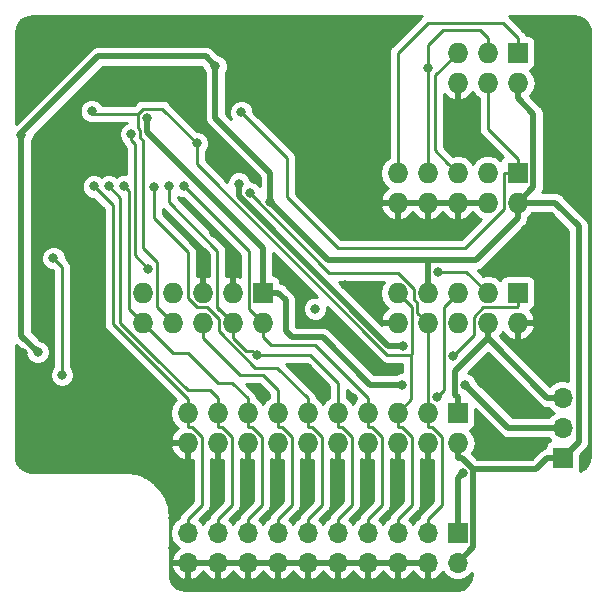
<source format=gbr>
G04 #@! TF.GenerationSoftware,KiCad,Pcbnew,5.0.2-bee76a0~70~ubuntu18.10.1*
G04 #@! TF.CreationDate,2018-12-21T17:56:49+01:00*
G04 #@! TF.ProjectId,jtag_adapter,6a746167-5f61-4646-9170-7465722e6b69,rev?*
G04 #@! TF.SameCoordinates,Original*
G04 #@! TF.FileFunction,Copper,L2,Bot*
G04 #@! TF.FilePolarity,Positive*
%FSLAX46Y46*%
G04 Gerber Fmt 4.6, Leading zero omitted, Abs format (unit mm)*
G04 Created by KiCad (PCBNEW 5.0.2-bee76a0~70~ubuntu18.10.1) date Fri 21 Dec 2018 05:56:49 PM CET*
%MOMM*%
%LPD*%
G01*
G04 APERTURE LIST*
G04 #@! TA.AperFunction,ComponentPad*
%ADD10R,1.700000X1.700000*%
G04 #@! TD*
G04 #@! TA.AperFunction,ComponentPad*
%ADD11O,1.700000X1.700000*%
G04 #@! TD*
G04 #@! TA.AperFunction,ComponentPad*
%ADD12R,1.727200X1.727200*%
G04 #@! TD*
G04 #@! TA.AperFunction,ComponentPad*
%ADD13O,1.727200X1.727200*%
G04 #@! TD*
G04 #@! TA.AperFunction,ViaPad*
%ADD14C,0.800000*%
G04 #@! TD*
G04 #@! TA.AperFunction,Conductor*
%ADD15C,0.500000*%
G04 #@! TD*
G04 #@! TA.AperFunction,Conductor*
%ADD16C,0.250000*%
G04 #@! TD*
G04 #@! TA.AperFunction,Conductor*
%ADD17C,0.254000*%
G04 #@! TD*
G04 APERTURE END LIST*
D10*
G04 #@! TO.P,JP1,1*
G04 #@! TO.N,VCC*
X161290000Y-101600000D03*
D11*
G04 #@! TO.P,JP1,2*
G04 #@! TO.N,/VCC_SELECT*
X161290000Y-99060000D03*
G04 #@! TO.P,JP1,3*
G04 #@! TO.N,/VTREF*
X161290000Y-96520000D03*
G04 #@! TD*
D12*
G04 #@! TO.P,J7,1*
G04 #@! TO.N,/MISO*
X157480000Y-67310000D03*
D13*
G04 #@! TO.P,J7,2*
G04 #@! TO.N,VCC*
X157480000Y-69850000D03*
G04 #@! TO.P,J7,3*
G04 #@! TO.N,/SCK*
X154940000Y-67310000D03*
G04 #@! TO.P,J7,4*
G04 #@! TO.N,/MOSI*
X154940000Y-69850000D03*
G04 #@! TO.P,J7,5*
G04 #@! TO.N,/RST*
X152400000Y-67310000D03*
G04 #@! TO.P,J7,6*
G04 #@! TO.N,GND*
X152400000Y-69850000D03*
G04 #@! TD*
D12*
G04 #@! TO.P,J8,1*
G04 #@! TO.N,/MOSI*
X157480000Y-77470000D03*
D13*
G04 #@! TO.P,J8,2*
G04 #@! TO.N,VCC*
X157480000Y-80010000D03*
G04 #@! TO.P,J8,3*
G04 #@! TO.N,Net-(J8-Pad3)*
X154940000Y-77470000D03*
G04 #@! TO.P,J8,4*
G04 #@! TO.N,GND*
X154940000Y-80010000D03*
G04 #@! TO.P,J8,5*
G04 #@! TO.N,/RST*
X152400000Y-77470000D03*
G04 #@! TO.P,J8,6*
G04 #@! TO.N,GND*
X152400000Y-80010000D03*
G04 #@! TO.P,J8,7*
G04 #@! TO.N,/SCK*
X149860000Y-77470000D03*
G04 #@! TO.P,J8,8*
G04 #@! TO.N,GND*
X149860000Y-80010000D03*
G04 #@! TO.P,J8,9*
G04 #@! TO.N,/MISO*
X147320000Y-77470000D03*
G04 #@! TO.P,J8,10*
G04 #@! TO.N,GND*
X147320000Y-80010000D03*
G04 #@! TD*
G04 #@! TO.P,J6,10*
G04 #@! TO.N,GND*
X147320000Y-90170000D03*
G04 #@! TO.P,J6,9*
G04 #@! TO.N,/TDI*
X147320000Y-87630000D03*
G04 #@! TO.P,J6,8*
G04 #@! TO.N,/TRST*
X149860000Y-90170000D03*
G04 #@! TO.P,J6,7*
G04 #@! TO.N,VCC*
X149860000Y-87630000D03*
G04 #@! TO.P,J6,6*
G04 #@! TO.N,/SRST*
X152400000Y-90170000D03*
G04 #@! TO.P,J6,5*
G04 #@! TO.N,/TMS-SWDIO*
X152400000Y-87630000D03*
G04 #@! TO.P,J6,4*
G04 #@! TO.N,/VTREF*
X154940000Y-90170000D03*
G04 #@! TO.P,J6,3*
G04 #@! TO.N,/TDO-SWO*
X154940000Y-87630000D03*
G04 #@! TO.P,J6,2*
G04 #@! TO.N,GND*
X157480000Y-90170000D03*
D12*
G04 #@! TO.P,J6,1*
G04 #@! TO.N,/TCK-SWDCLK*
X157480000Y-87630000D03*
G04 #@! TD*
G04 #@! TO.P,J3,1*
G04 #@! TO.N,/VCC_SELECT*
X135890000Y-87630000D03*
D13*
G04 #@! TO.P,J3,2*
G04 #@! TO.N,/TMS-SWDIO*
X135890000Y-90170000D03*
G04 #@! TO.P,J3,3*
G04 #@! TO.N,GND*
X133350000Y-87630000D03*
G04 #@! TO.P,J3,4*
G04 #@! TO.N,/TCK-SWDCLK*
X133350000Y-90170000D03*
G04 #@! TO.P,J3,5*
G04 #@! TO.N,GND*
X130810000Y-87630000D03*
G04 #@! TO.P,J3,6*
G04 #@! TO.N,/TDO-SWO*
X130810000Y-90170000D03*
G04 #@! TO.P,J3,7*
G04 #@! TO.N,Net-(J3-Pad7)*
X128270000Y-87630000D03*
G04 #@! TO.P,J3,8*
G04 #@! TO.N,/TDI*
X128270000Y-90170000D03*
G04 #@! TO.P,J3,9*
G04 #@! TO.N,GND*
X125730000Y-87630000D03*
G04 #@! TO.P,J3,10*
G04 #@! TO.N,/SRST*
X125730000Y-90170000D03*
G04 #@! TD*
D12*
G04 #@! TO.P,J5,1*
G04 #@! TO.N,/VTREF*
X152400000Y-97790000D03*
D13*
G04 #@! TO.P,J5,2*
G04 #@! TO.N,VCC*
X152400000Y-100330000D03*
G04 #@! TO.P,J5,3*
G04 #@! TO.N,/TRST*
X149860000Y-97790000D03*
G04 #@! TO.P,J5,4*
G04 #@! TO.N,GND*
X149860000Y-100330000D03*
G04 #@! TO.P,J5,5*
G04 #@! TO.N,/TDI*
X147320000Y-97790000D03*
G04 #@! TO.P,J5,6*
G04 #@! TO.N,GND*
X147320000Y-100330000D03*
G04 #@! TO.P,J5,7*
G04 #@! TO.N,/TMS-SWDIO*
X144780000Y-97790000D03*
G04 #@! TO.P,J5,8*
G04 #@! TO.N,GND*
X144780000Y-100330000D03*
G04 #@! TO.P,J5,9*
G04 #@! TO.N,/TCK-SWDCLK*
X142240000Y-97790000D03*
G04 #@! TO.P,J5,10*
G04 #@! TO.N,GND*
X142240000Y-100330000D03*
G04 #@! TO.P,J5,11*
G04 #@! TO.N,/RTCK*
X139700000Y-97790000D03*
G04 #@! TO.P,J5,12*
G04 #@! TO.N,GND*
X139700000Y-100330000D03*
G04 #@! TO.P,J5,13*
G04 #@! TO.N,/TDO-SWO*
X137160000Y-97790000D03*
G04 #@! TO.P,J5,14*
G04 #@! TO.N,GND*
X137160000Y-100330000D03*
G04 #@! TO.P,J5,15*
G04 #@! TO.N,/SRST*
X134620000Y-97790000D03*
G04 #@! TO.P,J5,16*
G04 #@! TO.N,GND*
X134620000Y-100330000D03*
G04 #@! TO.P,J5,17*
G04 #@! TO.N,/DBGRQ*
X132080000Y-97790000D03*
G04 #@! TO.P,J5,18*
G04 #@! TO.N,GND*
X132080000Y-100330000D03*
G04 #@! TO.P,J5,19*
G04 #@! TO.N,/DBGACK*
X129540000Y-97790000D03*
G04 #@! TO.P,J5,20*
G04 #@! TO.N,GND*
X129540000Y-100330000D03*
G04 #@! TD*
D10*
G04 #@! TO.P,J2,1*
G04 #@! TO.N,/VTREF*
X152400000Y-107950000D03*
D11*
G04 #@! TO.P,J2,2*
G04 #@! TO.N,VCC*
X152400000Y-110490000D03*
G04 #@! TO.P,J2,3*
G04 #@! TO.N,/TRST*
X149860000Y-107950000D03*
G04 #@! TO.P,J2,4*
G04 #@! TO.N,GND*
X149860000Y-110490000D03*
G04 #@! TO.P,J2,5*
G04 #@! TO.N,/TDI*
X147320000Y-107950000D03*
G04 #@! TO.P,J2,6*
G04 #@! TO.N,GND*
X147320000Y-110490000D03*
G04 #@! TO.P,J2,7*
G04 #@! TO.N,/TMS-SWDIO*
X144780000Y-107950000D03*
G04 #@! TO.P,J2,8*
G04 #@! TO.N,GND*
X144780000Y-110490000D03*
G04 #@! TO.P,J2,9*
G04 #@! TO.N,/TCK-SWDCLK*
X142240000Y-107950000D03*
G04 #@! TO.P,J2,10*
G04 #@! TO.N,GND*
X142240000Y-110490000D03*
G04 #@! TO.P,J2,11*
G04 #@! TO.N,/RTCK*
X139700000Y-107950000D03*
G04 #@! TO.P,J2,12*
G04 #@! TO.N,GND*
X139700000Y-110490000D03*
G04 #@! TO.P,J2,13*
G04 #@! TO.N,/TDO-SWO*
X137160000Y-107950000D03*
G04 #@! TO.P,J2,14*
G04 #@! TO.N,GND*
X137160000Y-110490000D03*
G04 #@! TO.P,J2,15*
G04 #@! TO.N,/SRST*
X134620000Y-107950000D03*
G04 #@! TO.P,J2,16*
G04 #@! TO.N,GND*
X134620000Y-110490000D03*
G04 #@! TO.P,J2,17*
G04 #@! TO.N,/DBGRQ*
X132080000Y-107950000D03*
G04 #@! TO.P,J2,18*
G04 #@! TO.N,GND*
X132080000Y-110490000D03*
G04 #@! TO.P,J2,19*
G04 #@! TO.N,/DBGACK*
X129540000Y-107950000D03*
G04 #@! TO.P,J2,20*
G04 #@! TO.N,GND*
X129540000Y-110490000D03*
G04 #@! TD*
D14*
G04 #@! TO.N,VCC*
X115466300Y-74230700D03*
X116840000Y-92639700D03*
X131892500Y-68447500D03*
X136552300Y-79934000D03*
G04 #@! TO.N,/TCK-SWDCLK*
X127935000Y-78614900D03*
X135385800Y-92932500D03*
X151972400Y-93017800D03*
G04 #@! TO.N,GND*
X131745000Y-82544700D03*
X118110000Y-97790000D03*
X119380000Y-97790000D03*
X128270000Y-109220000D03*
X134620000Y-102870000D03*
X132080000Y-102870000D03*
X137160000Y-102870000D03*
X139700000Y-102870000D03*
X142240000Y-102870000D03*
X144780000Y-102870000D03*
X147320000Y-102870000D03*
X149860000Y-102870000D03*
X130810000Y-85090000D03*
X133350000Y-85090000D03*
X152400000Y-72390000D03*
X158750000Y-100330000D03*
X158750000Y-97790000D03*
X161290000Y-93980000D03*
X161290000Y-92075000D03*
X161290000Y-90170000D03*
X142875000Y-86995000D03*
X139700000Y-87630000D03*
X138430000Y-86360000D03*
X137160000Y-85090000D03*
X142240000Y-90170000D03*
X144145000Y-92075000D03*
X146050000Y-93980000D03*
X143510000Y-96520000D03*
X139700000Y-93980000D03*
X140970000Y-95975010D03*
X135890000Y-96520000D03*
X122555000Y-97155000D03*
X146050000Y-67945000D03*
X144145000Y-67945000D03*
X142240000Y-67945000D03*
X122555000Y-73660000D03*
X161290000Y-87630000D03*
X161290000Y-85090000D03*
X161290000Y-82550000D03*
X161290000Y-77470000D03*
X161290000Y-74930000D03*
X161290000Y-72390000D03*
X161290000Y-69850000D03*
X161290000Y-67310000D03*
X116840000Y-64770000D03*
X127000000Y-64770000D03*
X129540000Y-64770000D03*
X139700000Y-64770000D03*
X142240000Y-64770000D03*
X144780000Y-64770000D03*
X147320000Y-64770000D03*
X158750000Y-64770000D03*
X161290000Y-64770000D03*
X115570000Y-72390000D03*
X115570000Y-69850000D03*
X115570000Y-66040000D03*
X115570000Y-92710000D03*
X115570000Y-95250000D03*
X115570000Y-97790000D03*
X115570000Y-100330000D03*
X123190000Y-101600000D03*
X125730000Y-101600000D03*
X128270000Y-104140000D03*
X128270000Y-106680000D03*
X132080000Y-105410000D03*
X134620000Y-105410000D03*
X137160000Y-105410000D03*
X139700000Y-105410000D03*
X142240000Y-105410000D03*
X144780000Y-105410000D03*
X147320000Y-105410000D03*
X149860000Y-105410000D03*
X156210000Y-100330000D03*
X156210000Y-95250000D03*
G04 #@! TO.N,Net-(D2-Pad1)*
X118175600Y-84708500D03*
X118906800Y-94584600D03*
G04 #@! TO.N,/TMS-SWDIO*
X129205000Y-78615500D03*
X150616500Y-96469600D03*
G04 #@! TO.N,/VTREF*
X133870800Y-78382500D03*
X147789100Y-92126700D03*
X152827100Y-102905900D03*
G04 #@! TO.N,/TRST*
X134790200Y-79164600D03*
G04 #@! TO.N,/TDI*
X121412100Y-72253400D03*
X130308100Y-74956900D03*
G04 #@! TO.N,/RTCK*
X126665000Y-78639800D03*
G04 #@! TO.N,/TDO-SWO*
X124751600Y-74177100D03*
X126224000Y-85598800D03*
X150716400Y-85831800D03*
X140335000Y-88981399D03*
G04 #@! TO.N,/SRST*
X124116000Y-78618300D03*
G04 #@! TO.N,/DBGRQ*
X122855000Y-78601600D03*
G04 #@! TO.N,/DBGACK*
X121585000Y-78621000D03*
G04 #@! TO.N,/VCC_SELECT*
X126060900Y-72796100D03*
X147726000Y-95400300D03*
X153039800Y-95400300D03*
G04 #@! TO.N,/MOSI*
X134087900Y-72333100D03*
G04 #@! TO.N,/SCK*
X149860000Y-68580000D03*
G04 #@! TD*
D15*
G04 #@! TO.N,VCC*
X115466300Y-74230700D02*
X115466300Y-74136700D01*
X115466300Y-74136700D02*
X121989600Y-67613400D01*
X121989600Y-67613400D02*
X131058400Y-67613400D01*
X131058400Y-67613400D02*
X131892500Y-68447500D01*
X116840000Y-92639700D02*
X115466300Y-91266000D01*
X115466300Y-91266000D02*
X115466300Y-74230700D01*
X136552300Y-79934000D02*
X136552300Y-77478600D01*
X136552300Y-77478600D02*
X131892500Y-72818800D01*
X131892500Y-72818800D02*
X131892500Y-68447500D01*
X136552300Y-79934000D02*
X141463100Y-84844800D01*
X141463100Y-84844800D02*
X149860000Y-84844800D01*
X162646300Y-90357000D02*
X162646300Y-100243700D01*
X162646300Y-100243700D02*
X161290000Y-101600000D01*
X149860000Y-84844800D02*
X153959100Y-84844800D01*
X153959100Y-84844800D02*
X155546600Y-83257300D01*
X155546600Y-83257300D02*
X157480000Y-81323900D01*
X157480000Y-80010000D02*
X157480000Y-81323900D01*
X153713900Y-102547100D02*
X152810700Y-101643900D01*
X152810700Y-101643900D02*
X152400000Y-101643900D01*
X152400000Y-110490000D02*
X153713900Y-109176100D01*
X153713900Y-109176100D02*
X153713900Y-102547100D01*
X153713900Y-102547100D02*
X159042600Y-102547100D01*
X159042600Y-102547100D02*
X159989700Y-101600000D01*
X161290000Y-101600000D02*
X159989700Y-101600000D01*
X149860000Y-84844800D02*
X149860000Y-86316100D01*
X149860000Y-87630000D02*
X149860000Y-86316100D01*
X152400000Y-100330000D02*
X152400000Y-101643900D01*
X157480000Y-80010000D02*
X158793900Y-78696100D01*
X158793900Y-78696100D02*
X158793900Y-72477800D01*
X158793900Y-72477800D02*
X157480000Y-71163900D01*
X157480000Y-69850000D02*
X157480000Y-71163900D01*
X162646300Y-90357000D02*
X162646300Y-82001300D01*
X160655000Y-80010000D02*
X157480000Y-80010000D01*
X162646300Y-82001300D02*
X160655000Y-80010000D01*
D16*
G04 #@! TO.N,/TCK-SWDCLK*
X133350000Y-90170000D02*
X133350000Y-91358900D01*
X154587800Y-88818900D02*
X153751000Y-89655700D01*
X153751000Y-89655700D02*
X153751000Y-91239200D01*
X153751000Y-91239200D02*
X151972400Y-93017800D01*
X142240000Y-97790000D02*
X142240000Y-98978900D01*
X142240000Y-98978900D02*
X142611500Y-98978900D01*
X142611500Y-98978900D02*
X143430600Y-99798000D01*
X143430600Y-99798000D02*
X143430600Y-105584100D01*
X143430600Y-105584100D02*
X142240000Y-106774700D01*
X142240000Y-107950000D02*
X142240000Y-106774700D01*
X137382500Y-92932500D02*
X135385800Y-92932500D01*
X139922500Y-92932500D02*
X135385800Y-92932500D01*
X142240000Y-97790000D02*
X142240000Y-95250000D01*
X142240000Y-95250000D02*
X139922500Y-92932500D01*
X133350000Y-90170000D02*
X132080000Y-88900000D01*
X132060400Y-84061100D02*
X132060400Y-88880400D01*
X127935000Y-78614900D02*
X127935000Y-79935700D01*
X132060400Y-88880400D02*
X133350000Y-90170000D01*
X127935000Y-79935700D02*
X132060400Y-84061100D01*
X134985801Y-92532501D02*
X134442501Y-92532501D01*
X133350000Y-91440000D02*
X133350000Y-90170000D01*
X134442501Y-92532501D02*
X133350000Y-91440000D01*
X135385800Y-92932500D02*
X134985801Y-92532501D01*
X157404700Y-88818900D02*
X154587800Y-88818900D01*
X157480000Y-88743600D02*
X157404700Y-88818900D01*
X157480000Y-87630000D02*
X157480000Y-88743600D01*
D15*
G04 #@! TO.N,GND*
X133350000Y-86316100D02*
X133350000Y-85090000D01*
X133350000Y-84149700D02*
X131745000Y-82544700D01*
X133350000Y-87630000D02*
X133350000Y-86316100D01*
X133350000Y-85090000D02*
X133350000Y-84149700D01*
D16*
G04 #@! TO.N,Net-(D2-Pad1)*
X118175600Y-84708500D02*
X118906800Y-85439700D01*
X118906800Y-85439700D02*
X118906800Y-94584600D01*
G04 #@! TO.N,/TMS-SWDIO*
X144780000Y-97790000D02*
X144780000Y-98978900D01*
X144780000Y-107950000D02*
X144780000Y-106774700D01*
X144780000Y-106774700D02*
X145968900Y-105585800D01*
X145968900Y-105585800D02*
X145968900Y-99796200D01*
X145968900Y-99796200D02*
X145151600Y-98978900D01*
X145151600Y-98978900D02*
X144780000Y-98978900D01*
X134701100Y-84111600D02*
X129205000Y-78615500D01*
X134701100Y-88981100D02*
X134701100Y-84111600D01*
X135890000Y-90170000D02*
X134701100Y-88981100D01*
X151211100Y-95875000D02*
X150616500Y-96469600D01*
X151211100Y-88818900D02*
X151211100Y-95875000D01*
X152400000Y-87630000D02*
X151211100Y-88818900D01*
X144780000Y-96568686D02*
X144780000Y-97790000D01*
X136573686Y-92075000D02*
X140286314Y-92075000D01*
X135890000Y-91391314D02*
X136573686Y-92075000D01*
X140286314Y-92075000D02*
X144780000Y-96568686D01*
X135890000Y-90170000D02*
X135890000Y-91391314D01*
D15*
G04 #@! TO.N,/VTREF*
X133870800Y-78382500D02*
X133870800Y-79460300D01*
X133870800Y-79460300D02*
X146537200Y-92126700D01*
X146537200Y-92126700D02*
X147789100Y-92126700D01*
X152400000Y-107950000D02*
X152400000Y-103333000D01*
X152400000Y-103333000D02*
X152827100Y-102905900D01*
X152400000Y-96476100D02*
X152189500Y-96265600D01*
X152189500Y-96265600D02*
X152189500Y-94234400D01*
X152189500Y-94234400D02*
X154940000Y-91483900D01*
X152400000Y-97790000D02*
X152400000Y-96476100D01*
X159989700Y-96520000D02*
X154953600Y-91483900D01*
X154953600Y-91483900D02*
X154940000Y-91483900D01*
X154940000Y-90170000D02*
X154940000Y-91483900D01*
X161290000Y-96520000D02*
X159989700Y-96520000D01*
D16*
G04 #@! TO.N,/TRST*
X134790200Y-79164600D02*
X134790200Y-79197600D01*
X134790200Y-79197600D02*
X141546500Y-85953900D01*
X141546500Y-85953900D02*
X147342200Y-85953900D01*
X147342200Y-85953900D02*
X148671100Y-87282800D01*
X148671100Y-87282800D02*
X148671100Y-88163800D01*
X149860000Y-90282100D02*
X149860000Y-90170000D01*
X149860000Y-90282100D02*
X149860000Y-90394200D01*
X149860000Y-97790000D02*
X149860000Y-98978900D01*
X149860000Y-107950000D02*
X149860000Y-106774700D01*
X149860000Y-106774700D02*
X151048900Y-105585800D01*
X151048900Y-105585800D02*
X151048900Y-99796200D01*
X151048900Y-99796200D02*
X150231600Y-98978900D01*
X150231600Y-98978900D02*
X149860000Y-98978900D01*
X149860000Y-90764400D02*
X149860000Y-91358900D01*
X149860000Y-90764400D02*
X149860000Y-90394200D01*
X149860000Y-91358900D02*
X149860000Y-96601100D01*
X149860000Y-97790000D02*
X149860000Y-96601100D01*
X148996401Y-88489101D02*
X148671100Y-88163800D01*
X148996401Y-89306401D02*
X148996401Y-88489101D01*
X149860000Y-90170000D02*
X148996401Y-89306401D01*
G04 #@! TO.N,/TDI*
X125306200Y-72473500D02*
X125736000Y-72043700D01*
X125736000Y-72043700D02*
X127394900Y-72043700D01*
X127394900Y-72043700D02*
X130308100Y-74956900D01*
X125306200Y-72473500D02*
X121632200Y-72473500D01*
X121632200Y-72473500D02*
X121412100Y-72253400D01*
X148473000Y-92875700D02*
X146445600Y-92875700D01*
X146445600Y-92875700D02*
X130308100Y-76738200D01*
X130308100Y-76738200D02*
X130308100Y-74956900D01*
X148473000Y-92875700D02*
X148473000Y-95694400D01*
X147320000Y-97790000D02*
X147320000Y-98978900D01*
X147320000Y-107950000D02*
X147320000Y-106774700D01*
X147320000Y-106774700D02*
X148508900Y-105585800D01*
X148508900Y-105585800D02*
X148508900Y-99796200D01*
X148508900Y-99796200D02*
X147691600Y-98978900D01*
X147691600Y-98978900D02*
X147320000Y-98978900D01*
X148473000Y-96637000D02*
X148473000Y-95694400D01*
X147320000Y-97790000D02*
X148473000Y-96637000D01*
X125306200Y-73705900D02*
X125306200Y-72473500D01*
X125476900Y-73876600D02*
X125306200Y-73705900D01*
X125476900Y-74477800D02*
X125476900Y-73876600D01*
X126949300Y-88849300D02*
X126949300Y-85059900D01*
X128270000Y-90170000D02*
X126949300Y-88849300D01*
X125756500Y-83867100D02*
X125756500Y-74757400D01*
X126949300Y-85059900D02*
X125756500Y-83867100D01*
X125756500Y-74757400D02*
X125476900Y-74477800D01*
X148533400Y-92815300D02*
X148473000Y-92875700D01*
X147320000Y-87630000D02*
X148533400Y-88843400D01*
X148533400Y-88843400D02*
X148533400Y-92815300D01*
G04 #@! TO.N,/RTCK*
X139700000Y-98190000D02*
X139452500Y-98190000D01*
X139700000Y-98190000D02*
X139700000Y-98978900D01*
X139700000Y-97790000D02*
X139700000Y-98190000D01*
X139700000Y-107950000D02*
X139700000Y-106774700D01*
X139700000Y-106774700D02*
X140888900Y-105585800D01*
X140888900Y-105585800D02*
X140888900Y-99796200D01*
X140888900Y-99796200D02*
X140071600Y-98978900D01*
X140071600Y-98978900D02*
X139700000Y-98978900D01*
X135253590Y-93980000D02*
X137111314Y-93980000D01*
X129540000Y-84171500D02*
X129540000Y-88063300D01*
X129540000Y-88063300D02*
X130295700Y-88819000D01*
X137111314Y-93980000D02*
X139700000Y-96568686D01*
X132161100Y-90887510D02*
X135253590Y-93980000D01*
X132161100Y-89838700D02*
X132161100Y-90887510D01*
X130295700Y-88819000D02*
X131141400Y-88819000D01*
X139700000Y-96568686D02*
X139700000Y-97790000D01*
X126665000Y-78639800D02*
X126665000Y-81296500D01*
X126665000Y-81296500D02*
X129540000Y-84171500D01*
X131141400Y-88819000D02*
X132161100Y-89838700D01*
G04 #@! TO.N,/TDO-SWO*
X126224000Y-85598800D02*
X125081100Y-84455900D01*
X125081100Y-84455900D02*
X125081100Y-75039000D01*
X125081100Y-75039000D02*
X124751600Y-74709500D01*
X124751600Y-74709500D02*
X124751600Y-74177100D01*
X152324400Y-85831800D02*
X150716400Y-85831800D01*
X137160000Y-97790000D02*
X137160000Y-98978900D01*
X137160000Y-107950000D02*
X137160000Y-106774700D01*
X137160000Y-106774700D02*
X138348900Y-105585800D01*
X138348900Y-105585800D02*
X138348900Y-99796200D01*
X138348900Y-99796200D02*
X137531600Y-98978900D01*
X137531600Y-98978900D02*
X137160000Y-98978900D01*
X130810000Y-91440000D02*
X130810000Y-90170000D01*
X130810000Y-91440000D02*
X130810000Y-91391314D01*
X130810000Y-91391314D02*
X130810000Y-90170000D01*
X137160000Y-95885000D02*
X137160000Y-97790000D01*
X135890000Y-94615000D02*
X137160000Y-95885000D01*
X130810000Y-91440000D02*
X133985000Y-94615000D01*
X133985000Y-94615000D02*
X135890000Y-94615000D01*
X153141800Y-85831800D02*
X152324400Y-85831800D01*
X154940000Y-87630000D02*
X153141800Y-85831800D01*
G04 #@! TO.N,/SRST*
X134620000Y-97790000D02*
X134620000Y-98978900D01*
X134620000Y-107950000D02*
X134620000Y-106774700D01*
X134620000Y-106774700D02*
X135808900Y-105585800D01*
X135808900Y-105585800D02*
X135808900Y-99796200D01*
X135808900Y-99796200D02*
X134991600Y-98978900D01*
X134991600Y-98978900D02*
X134620000Y-98978900D01*
X128270000Y-92710000D02*
X126593599Y-91033599D01*
X129540000Y-92710000D02*
X128270000Y-92710000D01*
X126593599Y-91033599D02*
X125730000Y-90170000D01*
X133301314Y-95250000D02*
X132080000Y-95250000D01*
X134620000Y-96568686D02*
X133301314Y-95250000D01*
X134620000Y-97790000D02*
X134620000Y-96568686D01*
X132080000Y-95250000D02*
X129540000Y-92710000D01*
X124541100Y-79043400D02*
X124116000Y-78618300D01*
X125730000Y-90170000D02*
X124541100Y-88981100D01*
X124541100Y-88981100D02*
X124541100Y-79043400D01*
G04 #@! TO.N,/DBGRQ*
X132080000Y-98352800D02*
X132080000Y-98978900D01*
X132080000Y-97790000D02*
X132080000Y-98352800D01*
X132080000Y-107950000D02*
X132080000Y-106774700D01*
X132080000Y-106774700D02*
X133268900Y-105585800D01*
X133268900Y-105585800D02*
X133268900Y-99796200D01*
X133268900Y-99796200D02*
X132451600Y-98978900D01*
X132451600Y-98978900D02*
X132080000Y-98978900D01*
X122855000Y-78601600D02*
X123850000Y-79596600D01*
X123850000Y-79596600D02*
X123850000Y-90196410D01*
X123850000Y-90196410D02*
X126813599Y-93160009D01*
X126813599Y-93160009D02*
X126887209Y-93160009D01*
X132080000Y-96568686D02*
X131396314Y-95885000D01*
X132080000Y-97790000D02*
X132080000Y-96568686D01*
X129538590Y-95885000D02*
X126813599Y-93160009D01*
X131396314Y-95885000D02*
X129538590Y-95885000D01*
G04 #@! TO.N,/DBGACK*
X129540000Y-97790000D02*
X129540000Y-98978900D01*
X129540000Y-107950000D02*
X129540000Y-106774700D01*
X129540000Y-106774700D02*
X130728900Y-105585800D01*
X130728900Y-105585800D02*
X130728900Y-99796200D01*
X130728900Y-99796200D02*
X129911600Y-98978900D01*
X129911600Y-98978900D02*
X129540000Y-98978900D01*
X129540000Y-96601100D02*
X123186700Y-90247800D01*
X123186700Y-90247800D02*
X123186700Y-80222700D01*
X123186700Y-80222700D02*
X121585000Y-78621000D01*
X129540000Y-97790000D02*
X129540000Y-96601100D01*
D15*
G04 #@! TO.N,/VCC_SELECT*
X135890000Y-87630000D02*
X135890000Y-83868300D01*
X135890000Y-83868300D02*
X126060900Y-74039200D01*
X126060900Y-74039200D02*
X126060900Y-72796100D01*
X144974100Y-95400200D02*
X147726000Y-95400200D01*
X147726000Y-95400200D02*
X147726000Y-95400300D01*
X161290000Y-99060000D02*
X156699500Y-99060000D01*
X156699500Y-99060000D02*
X153039800Y-95400300D01*
X135890000Y-87630000D02*
X137203900Y-87630000D01*
X140970000Y-91396100D02*
X138386100Y-91396100D01*
X140970000Y-91396100D02*
X144974100Y-95400200D01*
X137838900Y-90848900D02*
X137838900Y-88265000D01*
X138386100Y-91396100D02*
X137838900Y-90848900D01*
X137203900Y-87630000D02*
X137838900Y-88265000D01*
D16*
G04 #@! TO.N,/MOSI*
X157480000Y-76281100D02*
X154940000Y-73741100D01*
X154940000Y-73741100D02*
X154940000Y-69850000D01*
X157480000Y-77470000D02*
X157480000Y-76281100D01*
X137954800Y-79534800D02*
X137954800Y-76200000D01*
X157480000Y-77470000D02*
X156366400Y-77470000D01*
X153035000Y-83820000D02*
X142240000Y-83820000D01*
X142240000Y-83820000D02*
X137954800Y-79534800D01*
X156366400Y-77470000D02*
X156291100Y-77545300D01*
X156291100Y-77545300D02*
X156291100Y-80563900D01*
X137954800Y-76200000D02*
X134087900Y-72333100D01*
X156291100Y-80563900D02*
X153035000Y-83820000D01*
G04 #@! TO.N,/RST*
X150495000Y-69215000D02*
X150495000Y-75565000D01*
X151536401Y-76606401D02*
X152400000Y-77470000D01*
X152400000Y-67310000D02*
X150495000Y-69215000D01*
X150495000Y-75565000D02*
X151536401Y-76606401D01*
G04 #@! TO.N,/SCK*
X154940000Y-66040000D02*
X154940000Y-67310000D01*
X154305000Y-65405000D02*
X154940000Y-66040000D01*
X151130000Y-65405000D02*
X154305000Y-65405000D01*
X149860000Y-66675000D02*
X151130000Y-65405000D01*
X149860000Y-77470000D02*
X149860000Y-68580000D01*
X149860000Y-68580000D02*
X149860000Y-66675000D01*
G04 #@! TO.N,/MISO*
X157480000Y-66040000D02*
X157480000Y-67310000D01*
X156210000Y-64770000D02*
X157480000Y-66040000D01*
X149860000Y-64770000D02*
X156210000Y-64770000D01*
X147320000Y-77470000D02*
X147320000Y-67310000D01*
X147320000Y-67310000D02*
X149860000Y-64770000D01*
G04 #@! TD*
D17*
G04 #@! TO.N,GND*
G36*
X130871851Y-68667115D02*
X131015501Y-69013916D01*
X131015500Y-72732430D01*
X130998320Y-72818800D01*
X131015500Y-72905170D01*
X131015500Y-72905174D01*
X131066384Y-73160987D01*
X131260219Y-73451081D01*
X131333446Y-73500010D01*
X135675301Y-77841866D01*
X135675301Y-78617742D01*
X135660848Y-78582851D01*
X135371949Y-78293952D01*
X134994483Y-78137600D01*
X134880976Y-78137600D01*
X134741448Y-77800751D01*
X134452549Y-77511852D01*
X134075083Y-77355500D01*
X133666517Y-77355500D01*
X133289051Y-77511852D01*
X133000152Y-77800751D01*
X132843800Y-78178217D01*
X132843800Y-78210413D01*
X131060100Y-76426713D01*
X131060100Y-75657297D01*
X131178748Y-75538649D01*
X131335100Y-75161183D01*
X131335100Y-74752617D01*
X131178748Y-74375151D01*
X130889849Y-74086252D01*
X130512383Y-73929900D01*
X130344588Y-73929900D01*
X127979016Y-71564329D01*
X127937061Y-71501539D01*
X127688316Y-71335332D01*
X127468963Y-71291700D01*
X127468959Y-71291700D01*
X127394900Y-71276969D01*
X127320841Y-71291700D01*
X125810059Y-71291700D01*
X125736000Y-71276969D01*
X125661941Y-71291700D01*
X125661937Y-71291700D01*
X125442584Y-71335332D01*
X125193839Y-71501539D01*
X125151884Y-71564329D01*
X124994713Y-71721500D01*
X122303396Y-71721500D01*
X122282748Y-71671651D01*
X121993849Y-71382752D01*
X121616383Y-71226400D01*
X121207817Y-71226400D01*
X120830351Y-71382752D01*
X120541452Y-71671651D01*
X120385100Y-72049117D01*
X120385100Y-72457683D01*
X120541452Y-72835149D01*
X120830351Y-73124048D01*
X121207817Y-73280400D01*
X121616383Y-73280400D01*
X121748923Y-73225500D01*
X124365286Y-73225500D01*
X124169851Y-73306452D01*
X123880952Y-73595351D01*
X123724600Y-73972817D01*
X123724600Y-74381383D01*
X123880952Y-74758849D01*
X124022924Y-74900821D01*
X124043232Y-75002915D01*
X124209439Y-75251661D01*
X124272229Y-75293616D01*
X124329101Y-75350488D01*
X124329101Y-77594952D01*
X124320283Y-77591300D01*
X123911717Y-77591300D01*
X123534251Y-77747652D01*
X123493850Y-77788053D01*
X123436749Y-77730952D01*
X123059283Y-77574600D01*
X122650717Y-77574600D01*
X122273251Y-77730952D01*
X122210300Y-77793903D01*
X122166749Y-77750352D01*
X121789283Y-77594000D01*
X121380717Y-77594000D01*
X121003251Y-77750352D01*
X120714352Y-78039251D01*
X120558000Y-78416717D01*
X120558000Y-78825283D01*
X120714352Y-79202749D01*
X121003251Y-79491648D01*
X121380717Y-79648000D01*
X121548513Y-79648000D01*
X122434701Y-80534189D01*
X122434700Y-90173741D01*
X122419969Y-90247800D01*
X122434700Y-90321859D01*
X122434700Y-90321862D01*
X122478332Y-90541215D01*
X122644539Y-90789961D01*
X122707329Y-90831916D01*
X128540517Y-96665105D01*
X128465338Y-96715338D01*
X128135886Y-97208397D01*
X128020198Y-97790000D01*
X128135886Y-98371603D01*
X128465338Y-98864662D01*
X128753912Y-99057481D01*
X128333179Y-99441510D01*
X128085032Y-99970973D01*
X128205531Y-100203000D01*
X129413000Y-100203000D01*
X129413000Y-100183000D01*
X129667000Y-100183000D01*
X129667000Y-100203000D01*
X129687000Y-100203000D01*
X129687000Y-100457000D01*
X129667000Y-100457000D01*
X129667000Y-101663817D01*
X129899026Y-101784958D01*
X129976901Y-101752703D01*
X129976900Y-105274311D01*
X129060627Y-106190586D01*
X128997840Y-106232539D01*
X128955887Y-106295326D01*
X128955886Y-106295327D01*
X128831632Y-106481285D01*
X128793630Y-106672336D01*
X128475142Y-106885142D01*
X128148697Y-107373703D01*
X128034064Y-107950000D01*
X128148697Y-108526297D01*
X128475142Y-109014858D01*
X128777164Y-109216662D01*
X128773076Y-109218355D01*
X128344817Y-109608642D01*
X128098514Y-110133108D01*
X128219181Y-110363000D01*
X129413000Y-110363000D01*
X129413000Y-110343000D01*
X129667000Y-110343000D01*
X129667000Y-110363000D01*
X131953000Y-110363000D01*
X131953000Y-110343000D01*
X132207000Y-110343000D01*
X132207000Y-110363000D01*
X134493000Y-110363000D01*
X134493000Y-110343000D01*
X134747000Y-110343000D01*
X134747000Y-110363000D01*
X137033000Y-110363000D01*
X137033000Y-110343000D01*
X137287000Y-110343000D01*
X137287000Y-110363000D01*
X139573000Y-110363000D01*
X139573000Y-110343000D01*
X139827000Y-110343000D01*
X139827000Y-110363000D01*
X142113000Y-110363000D01*
X142113000Y-110343000D01*
X142367000Y-110343000D01*
X142367000Y-110363000D01*
X144653000Y-110363000D01*
X144653000Y-110343000D01*
X144907000Y-110343000D01*
X144907000Y-110363000D01*
X147193000Y-110363000D01*
X147193000Y-110343000D01*
X147447000Y-110343000D01*
X147447000Y-110363000D01*
X149733000Y-110363000D01*
X149733000Y-110343000D01*
X149987000Y-110343000D01*
X149987000Y-110363000D01*
X150007000Y-110363000D01*
X150007000Y-110617000D01*
X149987000Y-110617000D01*
X149987000Y-111810155D01*
X150216890Y-111931476D01*
X150626924Y-111761645D01*
X151055183Y-111371358D01*
X151120128Y-111233066D01*
X151335142Y-111554858D01*
X151823703Y-111881303D01*
X152254529Y-111967000D01*
X152545471Y-111967000D01*
X152976297Y-111881303D01*
X153464858Y-111554858D01*
X153598000Y-111355596D01*
X153598000Y-111449988D01*
X153538953Y-111862294D01*
X153387469Y-112195467D01*
X153148565Y-112472728D01*
X152841444Y-112671793D01*
X152467544Y-112783613D01*
X152273949Y-112798000D01*
X129350012Y-112798000D01*
X128937706Y-112738953D01*
X128604533Y-112587469D01*
X128327272Y-112348565D01*
X128128207Y-112041444D01*
X128016387Y-111667544D01*
X128014082Y-111636539D01*
X128027000Y-111571599D01*
X128027000Y-110846892D01*
X128098514Y-110846892D01*
X128344817Y-111371358D01*
X128773076Y-111761645D01*
X129183110Y-111931476D01*
X129413000Y-111810155D01*
X129413000Y-110617000D01*
X129667000Y-110617000D01*
X129667000Y-111810155D01*
X129896890Y-111931476D01*
X130306924Y-111761645D01*
X130735183Y-111371358D01*
X130810000Y-111212046D01*
X130884817Y-111371358D01*
X131313076Y-111761645D01*
X131723110Y-111931476D01*
X131953000Y-111810155D01*
X131953000Y-110617000D01*
X132207000Y-110617000D01*
X132207000Y-111810155D01*
X132436890Y-111931476D01*
X132846924Y-111761645D01*
X133275183Y-111371358D01*
X133350000Y-111212046D01*
X133424817Y-111371358D01*
X133853076Y-111761645D01*
X134263110Y-111931476D01*
X134493000Y-111810155D01*
X134493000Y-110617000D01*
X134747000Y-110617000D01*
X134747000Y-111810155D01*
X134976890Y-111931476D01*
X135386924Y-111761645D01*
X135815183Y-111371358D01*
X135890000Y-111212046D01*
X135964817Y-111371358D01*
X136393076Y-111761645D01*
X136803110Y-111931476D01*
X137033000Y-111810155D01*
X137033000Y-110617000D01*
X137287000Y-110617000D01*
X137287000Y-111810155D01*
X137516890Y-111931476D01*
X137926924Y-111761645D01*
X138355183Y-111371358D01*
X138430000Y-111212046D01*
X138504817Y-111371358D01*
X138933076Y-111761645D01*
X139343110Y-111931476D01*
X139573000Y-111810155D01*
X139573000Y-110617000D01*
X139827000Y-110617000D01*
X139827000Y-111810155D01*
X140056890Y-111931476D01*
X140466924Y-111761645D01*
X140895183Y-111371358D01*
X140970000Y-111212046D01*
X141044817Y-111371358D01*
X141473076Y-111761645D01*
X141883110Y-111931476D01*
X142113000Y-111810155D01*
X142113000Y-110617000D01*
X142367000Y-110617000D01*
X142367000Y-111810155D01*
X142596890Y-111931476D01*
X143006924Y-111761645D01*
X143435183Y-111371358D01*
X143510000Y-111212046D01*
X143584817Y-111371358D01*
X144013076Y-111761645D01*
X144423110Y-111931476D01*
X144653000Y-111810155D01*
X144653000Y-110617000D01*
X144907000Y-110617000D01*
X144907000Y-111810155D01*
X145136890Y-111931476D01*
X145546924Y-111761645D01*
X145975183Y-111371358D01*
X146050000Y-111212046D01*
X146124817Y-111371358D01*
X146553076Y-111761645D01*
X146963110Y-111931476D01*
X147193000Y-111810155D01*
X147193000Y-110617000D01*
X147447000Y-110617000D01*
X147447000Y-111810155D01*
X147676890Y-111931476D01*
X148086924Y-111761645D01*
X148515183Y-111371358D01*
X148590000Y-111212046D01*
X148664817Y-111371358D01*
X149093076Y-111761645D01*
X149503110Y-111931476D01*
X149733000Y-111810155D01*
X149733000Y-110617000D01*
X147447000Y-110617000D01*
X147193000Y-110617000D01*
X144907000Y-110617000D01*
X144653000Y-110617000D01*
X142367000Y-110617000D01*
X142113000Y-110617000D01*
X139827000Y-110617000D01*
X139573000Y-110617000D01*
X137287000Y-110617000D01*
X137033000Y-110617000D01*
X134747000Y-110617000D01*
X134493000Y-110617000D01*
X132207000Y-110617000D01*
X131953000Y-110617000D01*
X129667000Y-110617000D01*
X129413000Y-110617000D01*
X128219181Y-110617000D01*
X128098514Y-110846892D01*
X128027000Y-110846892D01*
X128027000Y-106428401D01*
X127984818Y-106216339D01*
X127978651Y-106207109D01*
X127951808Y-105906342D01*
X127945991Y-105878378D01*
X127944447Y-105849862D01*
X127924448Y-105765259D01*
X127723041Y-105100266D01*
X127707874Y-105065385D01*
X127697135Y-105028896D01*
X127658209Y-104951163D01*
X127658209Y-104951162D01*
X127658206Y-104951159D01*
X127309223Y-104350339D01*
X127286436Y-104319879D01*
X127267592Y-104286842D01*
X127211828Y-104220148D01*
X126733983Y-103715724D01*
X126704802Y-103691325D01*
X126678863Y-103663509D01*
X126609252Y-103611433D01*
X126609251Y-103611432D01*
X126609249Y-103611431D01*
X126028179Y-103230464D01*
X125994166Y-103213431D01*
X125962524Y-103192329D01*
X125882815Y-103157671D01*
X125882800Y-103157663D01*
X125882792Y-103157661D01*
X125229671Y-102920590D01*
X125192656Y-102911840D01*
X125157004Y-102898581D01*
X125071447Y-102883187D01*
X125071444Y-102883186D01*
X125071443Y-102883186D01*
X124603847Y-102828670D01*
X124583661Y-102815182D01*
X124371599Y-102773000D01*
X116228401Y-102773000D01*
X116206234Y-102777409D01*
X115937706Y-102738953D01*
X115604533Y-102587469D01*
X115327272Y-102348565D01*
X115128207Y-102041444D01*
X115016387Y-101667544D01*
X115002000Y-101473949D01*
X115002000Y-100689027D01*
X128085032Y-100689027D01*
X128333179Y-101218490D01*
X128765053Y-101612688D01*
X129180974Y-101784958D01*
X129413000Y-101663817D01*
X129413000Y-100457000D01*
X128205531Y-100457000D01*
X128085032Y-100689027D01*
X115002000Y-100689027D01*
X115002000Y-92041964D01*
X115819351Y-92859316D01*
X115969352Y-93221449D01*
X116258251Y-93510348D01*
X116635717Y-93666700D01*
X117044283Y-93666700D01*
X117421749Y-93510348D01*
X117710648Y-93221449D01*
X117867000Y-92843983D01*
X117867000Y-92435417D01*
X117710648Y-92057951D01*
X117421749Y-91769052D01*
X117059616Y-91619051D01*
X116343300Y-90902736D01*
X116343300Y-84504217D01*
X117148600Y-84504217D01*
X117148600Y-84912783D01*
X117304952Y-85290249D01*
X117593851Y-85579148D01*
X117971317Y-85735500D01*
X118139112Y-85735500D01*
X118154800Y-85751188D01*
X118154801Y-93884202D01*
X118036152Y-94002851D01*
X117879800Y-94380317D01*
X117879800Y-94788883D01*
X118036152Y-95166349D01*
X118325051Y-95455248D01*
X118702517Y-95611600D01*
X119111083Y-95611600D01*
X119488549Y-95455248D01*
X119777448Y-95166349D01*
X119933800Y-94788883D01*
X119933800Y-94380317D01*
X119777448Y-94002851D01*
X119658800Y-93884203D01*
X119658800Y-85513759D01*
X119673531Y-85439700D01*
X119658800Y-85365641D01*
X119658800Y-85365637D01*
X119615168Y-85146284D01*
X119448961Y-84897539D01*
X119386174Y-84855586D01*
X119202600Y-84672012D01*
X119202600Y-84504217D01*
X119046248Y-84126751D01*
X118757349Y-83837852D01*
X118379883Y-83681500D01*
X117971317Y-83681500D01*
X117593851Y-83837852D01*
X117304952Y-84126751D01*
X117148600Y-84504217D01*
X116343300Y-84504217D01*
X116343300Y-74797114D01*
X116493300Y-74434983D01*
X116493300Y-74349964D01*
X122352865Y-68490400D01*
X130695136Y-68490400D01*
X130871851Y-68667115D01*
X130871851Y-68667115D01*
G37*
X130871851Y-68667115D02*
X131015501Y-69013916D01*
X131015500Y-72732430D01*
X130998320Y-72818800D01*
X131015500Y-72905170D01*
X131015500Y-72905174D01*
X131066384Y-73160987D01*
X131260219Y-73451081D01*
X131333446Y-73500010D01*
X135675301Y-77841866D01*
X135675301Y-78617742D01*
X135660848Y-78582851D01*
X135371949Y-78293952D01*
X134994483Y-78137600D01*
X134880976Y-78137600D01*
X134741448Y-77800751D01*
X134452549Y-77511852D01*
X134075083Y-77355500D01*
X133666517Y-77355500D01*
X133289051Y-77511852D01*
X133000152Y-77800751D01*
X132843800Y-78178217D01*
X132843800Y-78210413D01*
X131060100Y-76426713D01*
X131060100Y-75657297D01*
X131178748Y-75538649D01*
X131335100Y-75161183D01*
X131335100Y-74752617D01*
X131178748Y-74375151D01*
X130889849Y-74086252D01*
X130512383Y-73929900D01*
X130344588Y-73929900D01*
X127979016Y-71564329D01*
X127937061Y-71501539D01*
X127688316Y-71335332D01*
X127468963Y-71291700D01*
X127468959Y-71291700D01*
X127394900Y-71276969D01*
X127320841Y-71291700D01*
X125810059Y-71291700D01*
X125736000Y-71276969D01*
X125661941Y-71291700D01*
X125661937Y-71291700D01*
X125442584Y-71335332D01*
X125193839Y-71501539D01*
X125151884Y-71564329D01*
X124994713Y-71721500D01*
X122303396Y-71721500D01*
X122282748Y-71671651D01*
X121993849Y-71382752D01*
X121616383Y-71226400D01*
X121207817Y-71226400D01*
X120830351Y-71382752D01*
X120541452Y-71671651D01*
X120385100Y-72049117D01*
X120385100Y-72457683D01*
X120541452Y-72835149D01*
X120830351Y-73124048D01*
X121207817Y-73280400D01*
X121616383Y-73280400D01*
X121748923Y-73225500D01*
X124365286Y-73225500D01*
X124169851Y-73306452D01*
X123880952Y-73595351D01*
X123724600Y-73972817D01*
X123724600Y-74381383D01*
X123880952Y-74758849D01*
X124022924Y-74900821D01*
X124043232Y-75002915D01*
X124209439Y-75251661D01*
X124272229Y-75293616D01*
X124329101Y-75350488D01*
X124329101Y-77594952D01*
X124320283Y-77591300D01*
X123911717Y-77591300D01*
X123534251Y-77747652D01*
X123493850Y-77788053D01*
X123436749Y-77730952D01*
X123059283Y-77574600D01*
X122650717Y-77574600D01*
X122273251Y-77730952D01*
X122210300Y-77793903D01*
X122166749Y-77750352D01*
X121789283Y-77594000D01*
X121380717Y-77594000D01*
X121003251Y-77750352D01*
X120714352Y-78039251D01*
X120558000Y-78416717D01*
X120558000Y-78825283D01*
X120714352Y-79202749D01*
X121003251Y-79491648D01*
X121380717Y-79648000D01*
X121548513Y-79648000D01*
X122434701Y-80534189D01*
X122434700Y-90173741D01*
X122419969Y-90247800D01*
X122434700Y-90321859D01*
X122434700Y-90321862D01*
X122478332Y-90541215D01*
X122644539Y-90789961D01*
X122707329Y-90831916D01*
X128540517Y-96665105D01*
X128465338Y-96715338D01*
X128135886Y-97208397D01*
X128020198Y-97790000D01*
X128135886Y-98371603D01*
X128465338Y-98864662D01*
X128753912Y-99057481D01*
X128333179Y-99441510D01*
X128085032Y-99970973D01*
X128205531Y-100203000D01*
X129413000Y-100203000D01*
X129413000Y-100183000D01*
X129667000Y-100183000D01*
X129667000Y-100203000D01*
X129687000Y-100203000D01*
X129687000Y-100457000D01*
X129667000Y-100457000D01*
X129667000Y-101663817D01*
X129899026Y-101784958D01*
X129976901Y-101752703D01*
X129976900Y-105274311D01*
X129060627Y-106190586D01*
X128997840Y-106232539D01*
X128955887Y-106295326D01*
X128955886Y-106295327D01*
X128831632Y-106481285D01*
X128793630Y-106672336D01*
X128475142Y-106885142D01*
X128148697Y-107373703D01*
X128034064Y-107950000D01*
X128148697Y-108526297D01*
X128475142Y-109014858D01*
X128777164Y-109216662D01*
X128773076Y-109218355D01*
X128344817Y-109608642D01*
X128098514Y-110133108D01*
X128219181Y-110363000D01*
X129413000Y-110363000D01*
X129413000Y-110343000D01*
X129667000Y-110343000D01*
X129667000Y-110363000D01*
X131953000Y-110363000D01*
X131953000Y-110343000D01*
X132207000Y-110343000D01*
X132207000Y-110363000D01*
X134493000Y-110363000D01*
X134493000Y-110343000D01*
X134747000Y-110343000D01*
X134747000Y-110363000D01*
X137033000Y-110363000D01*
X137033000Y-110343000D01*
X137287000Y-110343000D01*
X137287000Y-110363000D01*
X139573000Y-110363000D01*
X139573000Y-110343000D01*
X139827000Y-110343000D01*
X139827000Y-110363000D01*
X142113000Y-110363000D01*
X142113000Y-110343000D01*
X142367000Y-110343000D01*
X142367000Y-110363000D01*
X144653000Y-110363000D01*
X144653000Y-110343000D01*
X144907000Y-110343000D01*
X144907000Y-110363000D01*
X147193000Y-110363000D01*
X147193000Y-110343000D01*
X147447000Y-110343000D01*
X147447000Y-110363000D01*
X149733000Y-110363000D01*
X149733000Y-110343000D01*
X149987000Y-110343000D01*
X149987000Y-110363000D01*
X150007000Y-110363000D01*
X150007000Y-110617000D01*
X149987000Y-110617000D01*
X149987000Y-111810155D01*
X150216890Y-111931476D01*
X150626924Y-111761645D01*
X151055183Y-111371358D01*
X151120128Y-111233066D01*
X151335142Y-111554858D01*
X151823703Y-111881303D01*
X152254529Y-111967000D01*
X152545471Y-111967000D01*
X152976297Y-111881303D01*
X153464858Y-111554858D01*
X153598000Y-111355596D01*
X153598000Y-111449988D01*
X153538953Y-111862294D01*
X153387469Y-112195467D01*
X153148565Y-112472728D01*
X152841444Y-112671793D01*
X152467544Y-112783613D01*
X152273949Y-112798000D01*
X129350012Y-112798000D01*
X128937706Y-112738953D01*
X128604533Y-112587469D01*
X128327272Y-112348565D01*
X128128207Y-112041444D01*
X128016387Y-111667544D01*
X128014082Y-111636539D01*
X128027000Y-111571599D01*
X128027000Y-110846892D01*
X128098514Y-110846892D01*
X128344817Y-111371358D01*
X128773076Y-111761645D01*
X129183110Y-111931476D01*
X129413000Y-111810155D01*
X129413000Y-110617000D01*
X129667000Y-110617000D01*
X129667000Y-111810155D01*
X129896890Y-111931476D01*
X130306924Y-111761645D01*
X130735183Y-111371358D01*
X130810000Y-111212046D01*
X130884817Y-111371358D01*
X131313076Y-111761645D01*
X131723110Y-111931476D01*
X131953000Y-111810155D01*
X131953000Y-110617000D01*
X132207000Y-110617000D01*
X132207000Y-111810155D01*
X132436890Y-111931476D01*
X132846924Y-111761645D01*
X133275183Y-111371358D01*
X133350000Y-111212046D01*
X133424817Y-111371358D01*
X133853076Y-111761645D01*
X134263110Y-111931476D01*
X134493000Y-111810155D01*
X134493000Y-110617000D01*
X134747000Y-110617000D01*
X134747000Y-111810155D01*
X134976890Y-111931476D01*
X135386924Y-111761645D01*
X135815183Y-111371358D01*
X135890000Y-111212046D01*
X135964817Y-111371358D01*
X136393076Y-111761645D01*
X136803110Y-111931476D01*
X137033000Y-111810155D01*
X137033000Y-110617000D01*
X137287000Y-110617000D01*
X137287000Y-111810155D01*
X137516890Y-111931476D01*
X137926924Y-111761645D01*
X138355183Y-111371358D01*
X138430000Y-111212046D01*
X138504817Y-111371358D01*
X138933076Y-111761645D01*
X139343110Y-111931476D01*
X139573000Y-111810155D01*
X139573000Y-110617000D01*
X139827000Y-110617000D01*
X139827000Y-111810155D01*
X140056890Y-111931476D01*
X140466924Y-111761645D01*
X140895183Y-111371358D01*
X140970000Y-111212046D01*
X141044817Y-111371358D01*
X141473076Y-111761645D01*
X141883110Y-111931476D01*
X142113000Y-111810155D01*
X142113000Y-110617000D01*
X142367000Y-110617000D01*
X142367000Y-111810155D01*
X142596890Y-111931476D01*
X143006924Y-111761645D01*
X143435183Y-111371358D01*
X143510000Y-111212046D01*
X143584817Y-111371358D01*
X144013076Y-111761645D01*
X144423110Y-111931476D01*
X144653000Y-111810155D01*
X144653000Y-110617000D01*
X144907000Y-110617000D01*
X144907000Y-111810155D01*
X145136890Y-111931476D01*
X145546924Y-111761645D01*
X145975183Y-111371358D01*
X146050000Y-111212046D01*
X146124817Y-111371358D01*
X146553076Y-111761645D01*
X146963110Y-111931476D01*
X147193000Y-111810155D01*
X147193000Y-110617000D01*
X147447000Y-110617000D01*
X147447000Y-111810155D01*
X147676890Y-111931476D01*
X148086924Y-111761645D01*
X148515183Y-111371358D01*
X148590000Y-111212046D01*
X148664817Y-111371358D01*
X149093076Y-111761645D01*
X149503110Y-111931476D01*
X149733000Y-111810155D01*
X149733000Y-110617000D01*
X147447000Y-110617000D01*
X147193000Y-110617000D01*
X144907000Y-110617000D01*
X144653000Y-110617000D01*
X142367000Y-110617000D01*
X142113000Y-110617000D01*
X139827000Y-110617000D01*
X139573000Y-110617000D01*
X137287000Y-110617000D01*
X137033000Y-110617000D01*
X134747000Y-110617000D01*
X134493000Y-110617000D01*
X132207000Y-110617000D01*
X131953000Y-110617000D01*
X129667000Y-110617000D01*
X129413000Y-110617000D01*
X128219181Y-110617000D01*
X128098514Y-110846892D01*
X128027000Y-110846892D01*
X128027000Y-106428401D01*
X127984818Y-106216339D01*
X127978651Y-106207109D01*
X127951808Y-105906342D01*
X127945991Y-105878378D01*
X127944447Y-105849862D01*
X127924448Y-105765259D01*
X127723041Y-105100266D01*
X127707874Y-105065385D01*
X127697135Y-105028896D01*
X127658209Y-104951163D01*
X127658209Y-104951162D01*
X127658206Y-104951159D01*
X127309223Y-104350339D01*
X127286436Y-104319879D01*
X127267592Y-104286842D01*
X127211828Y-104220148D01*
X126733983Y-103715724D01*
X126704802Y-103691325D01*
X126678863Y-103663509D01*
X126609252Y-103611433D01*
X126609251Y-103611432D01*
X126609249Y-103611431D01*
X126028179Y-103230464D01*
X125994166Y-103213431D01*
X125962524Y-103192329D01*
X125882815Y-103157671D01*
X125882800Y-103157663D01*
X125882792Y-103157661D01*
X125229671Y-102920590D01*
X125192656Y-102911840D01*
X125157004Y-102898581D01*
X125071447Y-102883187D01*
X125071444Y-102883186D01*
X125071443Y-102883186D01*
X124603847Y-102828670D01*
X124583661Y-102815182D01*
X124371599Y-102773000D01*
X116228401Y-102773000D01*
X116206234Y-102777409D01*
X115937706Y-102738953D01*
X115604533Y-102587469D01*
X115327272Y-102348565D01*
X115128207Y-102041444D01*
X115016387Y-101667544D01*
X115002000Y-101473949D01*
X115002000Y-100689027D01*
X128085032Y-100689027D01*
X128333179Y-101218490D01*
X128765053Y-101612688D01*
X129180974Y-101784958D01*
X129413000Y-101663817D01*
X129413000Y-100457000D01*
X128205531Y-100457000D01*
X128085032Y-100689027D01*
X115002000Y-100689027D01*
X115002000Y-92041964D01*
X115819351Y-92859316D01*
X115969352Y-93221449D01*
X116258251Y-93510348D01*
X116635717Y-93666700D01*
X117044283Y-93666700D01*
X117421749Y-93510348D01*
X117710648Y-93221449D01*
X117867000Y-92843983D01*
X117867000Y-92435417D01*
X117710648Y-92057951D01*
X117421749Y-91769052D01*
X117059616Y-91619051D01*
X116343300Y-90902736D01*
X116343300Y-84504217D01*
X117148600Y-84504217D01*
X117148600Y-84912783D01*
X117304952Y-85290249D01*
X117593851Y-85579148D01*
X117971317Y-85735500D01*
X118139112Y-85735500D01*
X118154800Y-85751188D01*
X118154801Y-93884202D01*
X118036152Y-94002851D01*
X117879800Y-94380317D01*
X117879800Y-94788883D01*
X118036152Y-95166349D01*
X118325051Y-95455248D01*
X118702517Y-95611600D01*
X119111083Y-95611600D01*
X119488549Y-95455248D01*
X119777448Y-95166349D01*
X119933800Y-94788883D01*
X119933800Y-94380317D01*
X119777448Y-94002851D01*
X119658800Y-93884203D01*
X119658800Y-85513759D01*
X119673531Y-85439700D01*
X119658800Y-85365641D01*
X119658800Y-85365637D01*
X119615168Y-85146284D01*
X119448961Y-84897539D01*
X119386174Y-84855586D01*
X119202600Y-84672012D01*
X119202600Y-84504217D01*
X119046248Y-84126751D01*
X118757349Y-83837852D01*
X118379883Y-83681500D01*
X117971317Y-83681500D01*
X117593851Y-83837852D01*
X117304952Y-84126751D01*
X117148600Y-84504217D01*
X116343300Y-84504217D01*
X116343300Y-74797114D01*
X116493300Y-74434983D01*
X116493300Y-74349964D01*
X122352865Y-68490400D01*
X130695136Y-68490400D01*
X130871851Y-68667115D01*
G36*
X144907000Y-100203000D02*
X144927000Y-100203000D01*
X144927000Y-100457000D01*
X144907000Y-100457000D01*
X144907000Y-101663817D01*
X145139026Y-101784958D01*
X145216901Y-101752703D01*
X145216900Y-105274311D01*
X144300627Y-106190586D01*
X144237840Y-106232539D01*
X144195887Y-106295326D01*
X144195886Y-106295327D01*
X144071632Y-106481285D01*
X144033630Y-106672336D01*
X143715142Y-106885142D01*
X143510000Y-107192160D01*
X143304858Y-106885142D01*
X143237831Y-106840356D01*
X143909973Y-106168215D01*
X143972761Y-106126261D01*
X144138968Y-105877516D01*
X144182600Y-105658163D01*
X144182600Y-105658159D01*
X144197331Y-105584100D01*
X144182600Y-105510041D01*
X144182600Y-101686226D01*
X144420974Y-101784958D01*
X144653000Y-101663817D01*
X144653000Y-100457000D01*
X144633000Y-100457000D01*
X144633000Y-100203000D01*
X144653000Y-100203000D01*
X144653000Y-100183000D01*
X144907000Y-100183000D01*
X144907000Y-100203000D01*
X144907000Y-100203000D01*
G37*
X144907000Y-100203000D02*
X144927000Y-100203000D01*
X144927000Y-100457000D01*
X144907000Y-100457000D01*
X144907000Y-101663817D01*
X145139026Y-101784958D01*
X145216901Y-101752703D01*
X145216900Y-105274311D01*
X144300627Y-106190586D01*
X144237840Y-106232539D01*
X144195887Y-106295326D01*
X144195886Y-106295327D01*
X144071632Y-106481285D01*
X144033630Y-106672336D01*
X143715142Y-106885142D01*
X143510000Y-107192160D01*
X143304858Y-106885142D01*
X143237831Y-106840356D01*
X143909973Y-106168215D01*
X143972761Y-106126261D01*
X144138968Y-105877516D01*
X144182600Y-105658163D01*
X144182600Y-105658159D01*
X144197331Y-105584100D01*
X144182600Y-105510041D01*
X144182600Y-101686226D01*
X144420974Y-101784958D01*
X144653000Y-101663817D01*
X144653000Y-100457000D01*
X144633000Y-100457000D01*
X144633000Y-100203000D01*
X144653000Y-100203000D01*
X144653000Y-100183000D01*
X144907000Y-100183000D01*
X144907000Y-100203000D01*
G36*
X149987000Y-100203000D02*
X150007000Y-100203000D01*
X150007000Y-100457000D01*
X149987000Y-100457000D01*
X149987000Y-101663817D01*
X150219026Y-101784958D01*
X150296901Y-101752703D01*
X150296900Y-105274311D01*
X149380627Y-106190586D01*
X149317840Y-106232539D01*
X149275887Y-106295326D01*
X149275886Y-106295327D01*
X149151632Y-106481285D01*
X149113630Y-106672336D01*
X148795142Y-106885142D01*
X148590000Y-107192160D01*
X148384858Y-106885142D01*
X148317831Y-106840356D01*
X148988277Y-106169912D01*
X149051061Y-106127961D01*
X149093012Y-106065177D01*
X149093015Y-106065174D01*
X149217268Y-105879216D01*
X149232492Y-105802678D01*
X149260900Y-105659863D01*
X149260900Y-105659859D01*
X149275631Y-105585800D01*
X149260900Y-105511741D01*
X149260900Y-101685522D01*
X149500974Y-101784958D01*
X149733000Y-101663817D01*
X149733000Y-100457000D01*
X149713000Y-100457000D01*
X149713000Y-100203000D01*
X149733000Y-100203000D01*
X149733000Y-100183000D01*
X149987000Y-100183000D01*
X149987000Y-100203000D01*
X149987000Y-100203000D01*
G37*
X149987000Y-100203000D02*
X150007000Y-100203000D01*
X150007000Y-100457000D01*
X149987000Y-100457000D01*
X149987000Y-101663817D01*
X150219026Y-101784958D01*
X150296901Y-101752703D01*
X150296900Y-105274311D01*
X149380627Y-106190586D01*
X149317840Y-106232539D01*
X149275887Y-106295326D01*
X149275886Y-106295327D01*
X149151632Y-106481285D01*
X149113630Y-106672336D01*
X148795142Y-106885142D01*
X148590000Y-107192160D01*
X148384858Y-106885142D01*
X148317831Y-106840356D01*
X148988277Y-106169912D01*
X149051061Y-106127961D01*
X149093012Y-106065177D01*
X149093015Y-106065174D01*
X149217268Y-105879216D01*
X149232492Y-105802678D01*
X149260900Y-105659863D01*
X149260900Y-105659859D01*
X149275631Y-105585800D01*
X149260900Y-105511741D01*
X149260900Y-101685522D01*
X149500974Y-101784958D01*
X149733000Y-101663817D01*
X149733000Y-100457000D01*
X149713000Y-100457000D01*
X149713000Y-100203000D01*
X149733000Y-100203000D01*
X149733000Y-100183000D01*
X149987000Y-100183000D01*
X149987000Y-100203000D01*
G36*
X132207000Y-100203000D02*
X132227000Y-100203000D01*
X132227000Y-100457000D01*
X132207000Y-100457000D01*
X132207000Y-101663817D01*
X132439026Y-101784958D01*
X132516901Y-101752703D01*
X132516900Y-105274311D01*
X131600627Y-106190586D01*
X131537840Y-106232539D01*
X131495887Y-106295326D01*
X131495886Y-106295327D01*
X131371632Y-106481285D01*
X131333630Y-106672336D01*
X131015142Y-106885142D01*
X130810000Y-107192160D01*
X130604858Y-106885142D01*
X130537831Y-106840356D01*
X131208277Y-106169912D01*
X131271061Y-106127961D01*
X131313012Y-106065177D01*
X131313015Y-106065174D01*
X131437268Y-105879216D01*
X131452492Y-105802678D01*
X131480900Y-105659863D01*
X131480900Y-105659859D01*
X131495631Y-105585800D01*
X131480900Y-105511741D01*
X131480900Y-101685522D01*
X131720974Y-101784958D01*
X131953000Y-101663817D01*
X131953000Y-100457000D01*
X131933000Y-100457000D01*
X131933000Y-100203000D01*
X131953000Y-100203000D01*
X131953000Y-100183000D01*
X132207000Y-100183000D01*
X132207000Y-100203000D01*
X132207000Y-100203000D01*
G37*
X132207000Y-100203000D02*
X132227000Y-100203000D01*
X132227000Y-100457000D01*
X132207000Y-100457000D01*
X132207000Y-101663817D01*
X132439026Y-101784958D01*
X132516901Y-101752703D01*
X132516900Y-105274311D01*
X131600627Y-106190586D01*
X131537840Y-106232539D01*
X131495887Y-106295326D01*
X131495886Y-106295327D01*
X131371632Y-106481285D01*
X131333630Y-106672336D01*
X131015142Y-106885142D01*
X130810000Y-107192160D01*
X130604858Y-106885142D01*
X130537831Y-106840356D01*
X131208277Y-106169912D01*
X131271061Y-106127961D01*
X131313012Y-106065177D01*
X131313015Y-106065174D01*
X131437268Y-105879216D01*
X131452492Y-105802678D01*
X131480900Y-105659863D01*
X131480900Y-105659859D01*
X131495631Y-105585800D01*
X131480900Y-105511741D01*
X131480900Y-101685522D01*
X131720974Y-101784958D01*
X131953000Y-101663817D01*
X131953000Y-100457000D01*
X131933000Y-100457000D01*
X131933000Y-100203000D01*
X131953000Y-100203000D01*
X131953000Y-100183000D01*
X132207000Y-100183000D01*
X132207000Y-100203000D01*
G36*
X134747000Y-100203000D02*
X134767000Y-100203000D01*
X134767000Y-100457000D01*
X134747000Y-100457000D01*
X134747000Y-101663817D01*
X134979026Y-101784958D01*
X135056901Y-101752703D01*
X135056900Y-105274311D01*
X134140627Y-106190586D01*
X134077840Y-106232539D01*
X134035887Y-106295326D01*
X134035886Y-106295327D01*
X133911632Y-106481285D01*
X133873630Y-106672336D01*
X133555142Y-106885142D01*
X133350000Y-107192160D01*
X133144858Y-106885142D01*
X133077831Y-106840356D01*
X133748277Y-106169912D01*
X133811061Y-106127961D01*
X133853012Y-106065177D01*
X133853015Y-106065174D01*
X133977268Y-105879216D01*
X133992492Y-105802678D01*
X134020900Y-105659863D01*
X134020900Y-105659859D01*
X134035631Y-105585800D01*
X134020900Y-105511741D01*
X134020900Y-101685522D01*
X134260974Y-101784958D01*
X134493000Y-101663817D01*
X134493000Y-100457000D01*
X134473000Y-100457000D01*
X134473000Y-100203000D01*
X134493000Y-100203000D01*
X134493000Y-100183000D01*
X134747000Y-100183000D01*
X134747000Y-100203000D01*
X134747000Y-100203000D01*
G37*
X134747000Y-100203000D02*
X134767000Y-100203000D01*
X134767000Y-100457000D01*
X134747000Y-100457000D01*
X134747000Y-101663817D01*
X134979026Y-101784958D01*
X135056901Y-101752703D01*
X135056900Y-105274311D01*
X134140627Y-106190586D01*
X134077840Y-106232539D01*
X134035887Y-106295326D01*
X134035886Y-106295327D01*
X133911632Y-106481285D01*
X133873630Y-106672336D01*
X133555142Y-106885142D01*
X133350000Y-107192160D01*
X133144858Y-106885142D01*
X133077831Y-106840356D01*
X133748277Y-106169912D01*
X133811061Y-106127961D01*
X133853012Y-106065177D01*
X133853015Y-106065174D01*
X133977268Y-105879216D01*
X133992492Y-105802678D01*
X134020900Y-105659863D01*
X134020900Y-105659859D01*
X134035631Y-105585800D01*
X134020900Y-105511741D01*
X134020900Y-101685522D01*
X134260974Y-101784958D01*
X134493000Y-101663817D01*
X134493000Y-100457000D01*
X134473000Y-100457000D01*
X134473000Y-100203000D01*
X134493000Y-100203000D01*
X134493000Y-100183000D01*
X134747000Y-100183000D01*
X134747000Y-100203000D01*
G36*
X137287000Y-100203000D02*
X137307000Y-100203000D01*
X137307000Y-100457000D01*
X137287000Y-100457000D01*
X137287000Y-101663817D01*
X137519026Y-101784958D01*
X137596901Y-101752703D01*
X137596900Y-105274311D01*
X136680627Y-106190586D01*
X136617840Y-106232539D01*
X136575887Y-106295326D01*
X136575886Y-106295327D01*
X136451632Y-106481285D01*
X136413630Y-106672336D01*
X136095142Y-106885142D01*
X135890000Y-107192160D01*
X135684858Y-106885142D01*
X135617831Y-106840356D01*
X136288277Y-106169912D01*
X136351061Y-106127961D01*
X136393012Y-106065177D01*
X136393015Y-106065174D01*
X136517268Y-105879216D01*
X136532492Y-105802678D01*
X136560900Y-105659863D01*
X136560900Y-105659859D01*
X136575631Y-105585800D01*
X136560900Y-105511741D01*
X136560900Y-101685522D01*
X136800974Y-101784958D01*
X137033000Y-101663817D01*
X137033000Y-100457000D01*
X137013000Y-100457000D01*
X137013000Y-100203000D01*
X137033000Y-100203000D01*
X137033000Y-100183000D01*
X137287000Y-100183000D01*
X137287000Y-100203000D01*
X137287000Y-100203000D01*
G37*
X137287000Y-100203000D02*
X137307000Y-100203000D01*
X137307000Y-100457000D01*
X137287000Y-100457000D01*
X137287000Y-101663817D01*
X137519026Y-101784958D01*
X137596901Y-101752703D01*
X137596900Y-105274311D01*
X136680627Y-106190586D01*
X136617840Y-106232539D01*
X136575887Y-106295326D01*
X136575886Y-106295327D01*
X136451632Y-106481285D01*
X136413630Y-106672336D01*
X136095142Y-106885142D01*
X135890000Y-107192160D01*
X135684858Y-106885142D01*
X135617831Y-106840356D01*
X136288277Y-106169912D01*
X136351061Y-106127961D01*
X136393012Y-106065177D01*
X136393015Y-106065174D01*
X136517268Y-105879216D01*
X136532492Y-105802678D01*
X136560900Y-105659863D01*
X136560900Y-105659859D01*
X136575631Y-105585800D01*
X136560900Y-105511741D01*
X136560900Y-101685522D01*
X136800974Y-101784958D01*
X137033000Y-101663817D01*
X137033000Y-100457000D01*
X137013000Y-100457000D01*
X137013000Y-100203000D01*
X137033000Y-100203000D01*
X137033000Y-100183000D01*
X137287000Y-100183000D01*
X137287000Y-100203000D01*
G36*
X139827000Y-100203000D02*
X139847000Y-100203000D01*
X139847000Y-100457000D01*
X139827000Y-100457000D01*
X139827000Y-101663817D01*
X140059026Y-101784958D01*
X140136901Y-101752703D01*
X140136900Y-105274311D01*
X139220627Y-106190586D01*
X139157840Y-106232539D01*
X139115887Y-106295326D01*
X139115886Y-106295327D01*
X138991632Y-106481285D01*
X138953630Y-106672336D01*
X138635142Y-106885142D01*
X138430000Y-107192160D01*
X138224858Y-106885142D01*
X138157831Y-106840356D01*
X138828277Y-106169912D01*
X138891061Y-106127961D01*
X138933012Y-106065177D01*
X138933015Y-106065174D01*
X139057268Y-105879216D01*
X139072492Y-105802678D01*
X139100900Y-105659863D01*
X139100900Y-105659859D01*
X139115631Y-105585800D01*
X139100900Y-105511741D01*
X139100900Y-101685522D01*
X139340974Y-101784958D01*
X139573000Y-101663817D01*
X139573000Y-100457000D01*
X139553000Y-100457000D01*
X139553000Y-100203000D01*
X139573000Y-100203000D01*
X139573000Y-100183000D01*
X139827000Y-100183000D01*
X139827000Y-100203000D01*
X139827000Y-100203000D01*
G37*
X139827000Y-100203000D02*
X139847000Y-100203000D01*
X139847000Y-100457000D01*
X139827000Y-100457000D01*
X139827000Y-101663817D01*
X140059026Y-101784958D01*
X140136901Y-101752703D01*
X140136900Y-105274311D01*
X139220627Y-106190586D01*
X139157840Y-106232539D01*
X139115887Y-106295326D01*
X139115886Y-106295327D01*
X138991632Y-106481285D01*
X138953630Y-106672336D01*
X138635142Y-106885142D01*
X138430000Y-107192160D01*
X138224858Y-106885142D01*
X138157831Y-106840356D01*
X138828277Y-106169912D01*
X138891061Y-106127961D01*
X138933012Y-106065177D01*
X138933015Y-106065174D01*
X139057268Y-105879216D01*
X139072492Y-105802678D01*
X139100900Y-105659863D01*
X139100900Y-105659859D01*
X139115631Y-105585800D01*
X139100900Y-105511741D01*
X139100900Y-101685522D01*
X139340974Y-101784958D01*
X139573000Y-101663817D01*
X139573000Y-100457000D01*
X139553000Y-100457000D01*
X139553000Y-100203000D01*
X139573000Y-100203000D01*
X139573000Y-100183000D01*
X139827000Y-100183000D01*
X139827000Y-100203000D01*
G36*
X142367000Y-100203000D02*
X142387000Y-100203000D01*
X142387000Y-100457000D01*
X142367000Y-100457000D01*
X142367000Y-101663817D01*
X142599026Y-101784958D01*
X142678600Y-101751999D01*
X142678601Y-105272611D01*
X141760627Y-106190586D01*
X141697840Y-106232539D01*
X141655887Y-106295326D01*
X141655886Y-106295327D01*
X141531632Y-106481285D01*
X141493630Y-106672336D01*
X141175142Y-106885142D01*
X140970000Y-107192160D01*
X140764858Y-106885142D01*
X140697831Y-106840356D01*
X141368277Y-106169912D01*
X141431061Y-106127961D01*
X141473012Y-106065177D01*
X141473015Y-106065174D01*
X141597268Y-105879216D01*
X141612492Y-105802678D01*
X141640900Y-105659863D01*
X141640900Y-105659859D01*
X141655631Y-105585800D01*
X141640900Y-105511741D01*
X141640900Y-101685522D01*
X141880974Y-101784958D01*
X142113000Y-101663817D01*
X142113000Y-100457000D01*
X142093000Y-100457000D01*
X142093000Y-100203000D01*
X142113000Y-100203000D01*
X142113000Y-100183000D01*
X142367000Y-100183000D01*
X142367000Y-100203000D01*
X142367000Y-100203000D01*
G37*
X142367000Y-100203000D02*
X142387000Y-100203000D01*
X142387000Y-100457000D01*
X142367000Y-100457000D01*
X142367000Y-101663817D01*
X142599026Y-101784958D01*
X142678600Y-101751999D01*
X142678601Y-105272611D01*
X141760627Y-106190586D01*
X141697840Y-106232539D01*
X141655887Y-106295326D01*
X141655886Y-106295327D01*
X141531632Y-106481285D01*
X141493630Y-106672336D01*
X141175142Y-106885142D01*
X140970000Y-107192160D01*
X140764858Y-106885142D01*
X140697831Y-106840356D01*
X141368277Y-106169912D01*
X141431061Y-106127961D01*
X141473012Y-106065177D01*
X141473015Y-106065174D01*
X141597268Y-105879216D01*
X141612492Y-105802678D01*
X141640900Y-105659863D01*
X141640900Y-105659859D01*
X141655631Y-105585800D01*
X141640900Y-105511741D01*
X141640900Y-101685522D01*
X141880974Y-101784958D01*
X142113000Y-101663817D01*
X142113000Y-100457000D01*
X142093000Y-100457000D01*
X142093000Y-100203000D01*
X142113000Y-100203000D01*
X142113000Y-100183000D01*
X142367000Y-100183000D01*
X142367000Y-100203000D01*
G36*
X147447000Y-100203000D02*
X147467000Y-100203000D01*
X147467000Y-100457000D01*
X147447000Y-100457000D01*
X147447000Y-101663817D01*
X147679026Y-101784958D01*
X147756901Y-101752703D01*
X147756900Y-105274311D01*
X146840627Y-106190586D01*
X146777840Y-106232539D01*
X146735887Y-106295326D01*
X146735886Y-106295327D01*
X146611632Y-106481285D01*
X146573630Y-106672336D01*
X146255142Y-106885142D01*
X146050000Y-107192160D01*
X145844858Y-106885142D01*
X145777831Y-106840356D01*
X146448277Y-106169912D01*
X146511061Y-106127961D01*
X146553012Y-106065177D01*
X146553015Y-106065174D01*
X146677268Y-105879216D01*
X146692492Y-105802678D01*
X146720900Y-105659863D01*
X146720900Y-105659859D01*
X146735631Y-105585800D01*
X146720900Y-105511741D01*
X146720900Y-101685522D01*
X146960974Y-101784958D01*
X147193000Y-101663817D01*
X147193000Y-100457000D01*
X147173000Y-100457000D01*
X147173000Y-100203000D01*
X147193000Y-100203000D01*
X147193000Y-100183000D01*
X147447000Y-100183000D01*
X147447000Y-100203000D01*
X147447000Y-100203000D01*
G37*
X147447000Y-100203000D02*
X147467000Y-100203000D01*
X147467000Y-100457000D01*
X147447000Y-100457000D01*
X147447000Y-101663817D01*
X147679026Y-101784958D01*
X147756901Y-101752703D01*
X147756900Y-105274311D01*
X146840627Y-106190586D01*
X146777840Y-106232539D01*
X146735887Y-106295326D01*
X146735886Y-106295327D01*
X146611632Y-106481285D01*
X146573630Y-106672336D01*
X146255142Y-106885142D01*
X146050000Y-107192160D01*
X145844858Y-106885142D01*
X145777831Y-106840356D01*
X146448277Y-106169912D01*
X146511061Y-106127961D01*
X146553012Y-106065177D01*
X146553015Y-106065174D01*
X146677268Y-105879216D01*
X146692492Y-105802678D01*
X146720900Y-105659863D01*
X146720900Y-105659859D01*
X146735631Y-105585800D01*
X146720900Y-105511741D01*
X146720900Y-101685522D01*
X146960974Y-101784958D01*
X147193000Y-101663817D01*
X147193000Y-100457000D01*
X147173000Y-100457000D01*
X147173000Y-100203000D01*
X147193000Y-100203000D01*
X147193000Y-100183000D01*
X147447000Y-100183000D01*
X147447000Y-100203000D01*
G36*
X162662294Y-64261047D02*
X162995467Y-64412531D01*
X163272728Y-64651435D01*
X163471794Y-64958556D01*
X163583613Y-65332455D01*
X163598000Y-65526051D01*
X163598001Y-101449981D01*
X163538953Y-101862294D01*
X163387469Y-102195467D01*
X163148565Y-102472728D01*
X162841444Y-102671793D01*
X162722024Y-102707508D01*
X162730620Y-102694643D01*
X162779283Y-102450000D01*
X162779283Y-101350982D01*
X163205360Y-100924906D01*
X163278581Y-100875981D01*
X163327506Y-100802760D01*
X163327509Y-100802757D01*
X163472415Y-100585889D01*
X163472416Y-100585888D01*
X163523300Y-100330075D01*
X163523300Y-100330070D01*
X163540480Y-100243700D01*
X163523300Y-100157330D01*
X163523300Y-82087669D01*
X163540480Y-82001299D01*
X163523300Y-81914929D01*
X163523300Y-81914925D01*
X163472416Y-81659112D01*
X163426181Y-81589916D01*
X163327508Y-81442243D01*
X163278581Y-81369019D01*
X163205357Y-81320092D01*
X161336210Y-79450946D01*
X161287281Y-79377719D01*
X160997188Y-79183884D01*
X160741375Y-79133000D01*
X160741370Y-79133000D01*
X160655000Y-79115820D01*
X160568630Y-79133000D01*
X159556731Y-79133000D01*
X159620016Y-79038288D01*
X159670900Y-78782475D01*
X159670900Y-78782471D01*
X159688080Y-78696101D01*
X159670900Y-78609731D01*
X159670900Y-72564169D01*
X159688080Y-72477799D01*
X159670900Y-72391429D01*
X159670900Y-72391425D01*
X159620016Y-72135612D01*
X159426181Y-71845519D01*
X159352957Y-71796592D01*
X158510521Y-70954156D01*
X158554662Y-70924662D01*
X158884114Y-70431603D01*
X158999802Y-69850000D01*
X158884114Y-69268397D01*
X158554662Y-68775338D01*
X158549543Y-68771918D01*
X158588243Y-68764220D01*
X158795641Y-68625641D01*
X158934220Y-68418243D01*
X158982883Y-68173600D01*
X158982883Y-66446400D01*
X158934220Y-66201757D01*
X158795641Y-65994359D01*
X158588243Y-65855780D01*
X158343600Y-65807117D01*
X158200409Y-65807117D01*
X158188368Y-65746584D01*
X158156182Y-65698415D01*
X158064114Y-65560625D01*
X158064112Y-65560623D01*
X158022161Y-65497839D01*
X157959377Y-65455888D01*
X156794116Y-64290629D01*
X156752161Y-64227839D01*
X156713490Y-64202000D01*
X162249988Y-64202000D01*
X162662294Y-64261047D01*
X162662294Y-64261047D01*
G37*
X162662294Y-64261047D02*
X162995467Y-64412531D01*
X163272728Y-64651435D01*
X163471794Y-64958556D01*
X163583613Y-65332455D01*
X163598000Y-65526051D01*
X163598001Y-101449981D01*
X163538953Y-101862294D01*
X163387469Y-102195467D01*
X163148565Y-102472728D01*
X162841444Y-102671793D01*
X162722024Y-102707508D01*
X162730620Y-102694643D01*
X162779283Y-102450000D01*
X162779283Y-101350982D01*
X163205360Y-100924906D01*
X163278581Y-100875981D01*
X163327506Y-100802760D01*
X163327509Y-100802757D01*
X163472415Y-100585889D01*
X163472416Y-100585888D01*
X163523300Y-100330075D01*
X163523300Y-100330070D01*
X163540480Y-100243700D01*
X163523300Y-100157330D01*
X163523300Y-82087669D01*
X163540480Y-82001299D01*
X163523300Y-81914929D01*
X163523300Y-81914925D01*
X163472416Y-81659112D01*
X163426181Y-81589916D01*
X163327508Y-81442243D01*
X163278581Y-81369019D01*
X163205357Y-81320092D01*
X161336210Y-79450946D01*
X161287281Y-79377719D01*
X160997188Y-79183884D01*
X160741375Y-79133000D01*
X160741370Y-79133000D01*
X160655000Y-79115820D01*
X160568630Y-79133000D01*
X159556731Y-79133000D01*
X159620016Y-79038288D01*
X159670900Y-78782475D01*
X159670900Y-78782471D01*
X159688080Y-78696101D01*
X159670900Y-78609731D01*
X159670900Y-72564169D01*
X159688080Y-72477799D01*
X159670900Y-72391429D01*
X159670900Y-72391425D01*
X159620016Y-72135612D01*
X159426181Y-71845519D01*
X159352957Y-71796592D01*
X158510521Y-70954156D01*
X158554662Y-70924662D01*
X158884114Y-70431603D01*
X158999802Y-69850000D01*
X158884114Y-69268397D01*
X158554662Y-68775338D01*
X158549543Y-68771918D01*
X158588243Y-68764220D01*
X158795641Y-68625641D01*
X158934220Y-68418243D01*
X158982883Y-68173600D01*
X158982883Y-66446400D01*
X158934220Y-66201757D01*
X158795641Y-65994359D01*
X158588243Y-65855780D01*
X158343600Y-65807117D01*
X158200409Y-65807117D01*
X158188368Y-65746584D01*
X158156182Y-65698415D01*
X158064114Y-65560625D01*
X158064112Y-65560623D01*
X158022161Y-65497839D01*
X157959377Y-65455888D01*
X156794116Y-64290629D01*
X156752161Y-64227839D01*
X156713490Y-64202000D01*
X162249988Y-64202000D01*
X162662294Y-64261047D01*
G36*
X156018292Y-99619057D02*
X156067219Y-99692281D01*
X156140443Y-99741208D01*
X156357310Y-99886115D01*
X156357311Y-99886115D01*
X156357312Y-99886116D01*
X156613125Y-99937000D01*
X156613129Y-99937000D01*
X156699499Y-99954180D01*
X156785869Y-99937000D01*
X160099620Y-99937000D01*
X160225142Y-100124858D01*
X160258123Y-100146895D01*
X160195357Y-100159380D01*
X159987959Y-100297959D01*
X159849380Y-100505357D01*
X159802082Y-100743138D01*
X159647512Y-100773884D01*
X159647510Y-100773885D01*
X159647511Y-100773885D01*
X159430643Y-100918791D01*
X159430640Y-100918794D01*
X159357419Y-100967719D01*
X159308494Y-101040941D01*
X158679335Y-101670100D01*
X154077165Y-101670100D01*
X153609671Y-101202607D01*
X153804114Y-100911603D01*
X153919802Y-100330000D01*
X153804114Y-99748397D01*
X153474662Y-99255338D01*
X153469543Y-99251918D01*
X153508243Y-99244220D01*
X153715641Y-99105641D01*
X153854220Y-98898243D01*
X153902883Y-98653600D01*
X153902883Y-97503647D01*
X156018292Y-99619057D01*
X156018292Y-99619057D01*
G37*
X156018292Y-99619057D02*
X156067219Y-99692281D01*
X156140443Y-99741208D01*
X156357310Y-99886115D01*
X156357311Y-99886115D01*
X156357312Y-99886116D01*
X156613125Y-99937000D01*
X156613129Y-99937000D01*
X156699499Y-99954180D01*
X156785869Y-99937000D01*
X160099620Y-99937000D01*
X160225142Y-100124858D01*
X160258123Y-100146895D01*
X160195357Y-100159380D01*
X159987959Y-100297959D01*
X159849380Y-100505357D01*
X159802082Y-100743138D01*
X159647512Y-100773884D01*
X159647510Y-100773885D01*
X159647511Y-100773885D01*
X159430643Y-100918791D01*
X159430640Y-100918794D01*
X159357419Y-100967719D01*
X159308494Y-101040941D01*
X158679335Y-101670100D01*
X154077165Y-101670100D01*
X153609671Y-101202607D01*
X153804114Y-100911603D01*
X153919802Y-100330000D01*
X153804114Y-99748397D01*
X153474662Y-99255338D01*
X153469543Y-99251918D01*
X153508243Y-99244220D01*
X153715641Y-99105641D01*
X153854220Y-98898243D01*
X153902883Y-98653600D01*
X153902883Y-97503647D01*
X156018292Y-99619057D01*
G36*
X159308494Y-97079060D02*
X159357419Y-97152281D01*
X159430640Y-97201206D01*
X159430643Y-97201209D01*
X159544154Y-97277054D01*
X159647512Y-97346116D01*
X159903325Y-97397000D01*
X159903330Y-97397000D01*
X159989700Y-97414180D01*
X160076070Y-97397000D01*
X160099620Y-97397000D01*
X160225142Y-97584858D01*
X160532160Y-97790000D01*
X160225142Y-97995142D01*
X160099620Y-98183000D01*
X157062765Y-98183000D01*
X154060449Y-95180685D01*
X153910448Y-94818551D01*
X153621549Y-94529652D01*
X153277162Y-94387002D01*
X154946800Y-92717365D01*
X159308494Y-97079060D01*
X159308494Y-97079060D01*
G37*
X159308494Y-97079060D02*
X159357419Y-97152281D01*
X159430640Y-97201206D01*
X159430643Y-97201209D01*
X159544154Y-97277054D01*
X159647512Y-97346116D01*
X159903325Y-97397000D01*
X159903330Y-97397000D01*
X159989700Y-97414180D01*
X160076070Y-97397000D01*
X160099620Y-97397000D01*
X160225142Y-97584858D01*
X160532160Y-97790000D01*
X160225142Y-97995142D01*
X160099620Y-98183000D01*
X157062765Y-98183000D01*
X154060449Y-95180685D01*
X153910448Y-94818551D01*
X153621549Y-94529652D01*
X153277162Y-94387002D01*
X154946800Y-92717365D01*
X159308494Y-97079060D01*
G36*
X141488001Y-95561489D02*
X141488001Y-96499741D01*
X141165338Y-96715338D01*
X140970000Y-97007682D01*
X140774662Y-96715338D01*
X140453173Y-96500526D01*
X140452000Y-96494627D01*
X140452000Y-96494623D01*
X140408368Y-96275270D01*
X140242161Y-96026525D01*
X140179374Y-95984572D01*
X137879301Y-93684500D01*
X139611013Y-93684500D01*
X141488001Y-95561489D01*
X141488001Y-95561489D01*
G37*
X141488001Y-95561489D02*
X141488001Y-96499741D01*
X141165338Y-96715338D01*
X140970000Y-97007682D01*
X140774662Y-96715338D01*
X140453173Y-96500526D01*
X140452000Y-96494627D01*
X140452000Y-96494623D01*
X140408368Y-96275270D01*
X140242161Y-96026525D01*
X140179374Y-95984572D01*
X137879301Y-93684500D01*
X139611013Y-93684500D01*
X141488001Y-95561489D01*
G36*
X143799948Y-96652122D02*
X143705338Y-96715338D01*
X143510000Y-97007682D01*
X143314662Y-96715338D01*
X142992000Y-96499742D01*
X142992000Y-95844174D01*
X143799948Y-96652122D01*
X143799948Y-96652122D01*
G37*
X143799948Y-96652122D02*
X143705338Y-96715338D01*
X143510000Y-97007682D01*
X143314662Y-96715338D01*
X142992000Y-96499742D01*
X142992000Y-95844174D01*
X143799948Y-96652122D01*
G36*
X136408000Y-96196489D02*
X136408000Y-96499742D01*
X136085338Y-96715338D01*
X135890000Y-97007682D01*
X135694662Y-96715338D01*
X135373173Y-96500526D01*
X135372000Y-96494627D01*
X135372000Y-96494623D01*
X135328368Y-96275270D01*
X135321718Y-96265317D01*
X135204115Y-96089312D01*
X135204112Y-96089309D01*
X135162161Y-96026525D01*
X135099376Y-95984573D01*
X134481802Y-95367000D01*
X135578513Y-95367000D01*
X136408000Y-96196489D01*
X136408000Y-96196489D01*
G37*
X136408000Y-96196489D02*
X136408000Y-96499742D01*
X136085338Y-96715338D01*
X135890000Y-97007682D01*
X135694662Y-96715338D01*
X135373173Y-96500526D01*
X135372000Y-96494627D01*
X135372000Y-96494623D01*
X135328368Y-96275270D01*
X135321718Y-96265317D01*
X135204115Y-96089312D01*
X135204112Y-96089309D01*
X135162161Y-96026525D01*
X135099376Y-95984573D01*
X134481802Y-95367000D01*
X135578513Y-95367000D01*
X136408000Y-96196489D01*
G36*
X161769301Y-82364566D02*
X161769300Y-90270625D01*
X161769300Y-95109403D01*
X161435471Y-95043000D01*
X161144529Y-95043000D01*
X160713703Y-95128697D01*
X160225142Y-95455142D01*
X160201096Y-95491130D01*
X155978673Y-91268709D01*
X156014662Y-91244662D01*
X156217887Y-90940515D01*
X156273179Y-91058490D01*
X156705053Y-91452688D01*
X157120974Y-91624958D01*
X157353000Y-91503817D01*
X157353000Y-90297000D01*
X157607000Y-90297000D01*
X157607000Y-91503817D01*
X157839026Y-91624958D01*
X158254947Y-91452688D01*
X158686821Y-91058490D01*
X158934968Y-90529027D01*
X158814469Y-90297000D01*
X157607000Y-90297000D01*
X157353000Y-90297000D01*
X157333000Y-90297000D01*
X157333000Y-90043000D01*
X157353000Y-90043000D01*
X157353000Y-90023000D01*
X157607000Y-90023000D01*
X157607000Y-90043000D01*
X158814469Y-90043000D01*
X158934968Y-89810973D01*
X158686821Y-89281510D01*
X158491711Y-89103422D01*
X158588243Y-89084220D01*
X158795641Y-88945641D01*
X158934220Y-88738243D01*
X158982883Y-88493600D01*
X158982883Y-86766400D01*
X158934220Y-86521757D01*
X158795641Y-86314359D01*
X158588243Y-86175780D01*
X158343600Y-86127117D01*
X156616400Y-86127117D01*
X156371757Y-86175780D01*
X156164359Y-86314359D01*
X156025780Y-86521757D01*
X156018082Y-86560457D01*
X156014662Y-86555338D01*
X155521603Y-86225886D01*
X155086808Y-86139400D01*
X154793192Y-86139400D01*
X154559393Y-86185905D01*
X154087023Y-85713536D01*
X154301288Y-85670916D01*
X154591381Y-85477081D01*
X154640310Y-85403854D01*
X156227808Y-83816357D01*
X156227810Y-83816354D01*
X158039057Y-82005108D01*
X158112281Y-81956181D01*
X158232760Y-81775873D01*
X158306116Y-81666089D01*
X158339033Y-81500600D01*
X158357000Y-81410275D01*
X158357000Y-81410272D01*
X158374180Y-81323900D01*
X158357000Y-81237528D01*
X158357000Y-81216736D01*
X158554662Y-81084662D01*
X158686736Y-80887000D01*
X160291736Y-80887000D01*
X161769301Y-82364566D01*
X161769301Y-82364566D01*
G37*
X161769301Y-82364566D02*
X161769300Y-90270625D01*
X161769300Y-95109403D01*
X161435471Y-95043000D01*
X161144529Y-95043000D01*
X160713703Y-95128697D01*
X160225142Y-95455142D01*
X160201096Y-95491130D01*
X155978673Y-91268709D01*
X156014662Y-91244662D01*
X156217887Y-90940515D01*
X156273179Y-91058490D01*
X156705053Y-91452688D01*
X157120974Y-91624958D01*
X157353000Y-91503817D01*
X157353000Y-90297000D01*
X157607000Y-90297000D01*
X157607000Y-91503817D01*
X157839026Y-91624958D01*
X158254947Y-91452688D01*
X158686821Y-91058490D01*
X158934968Y-90529027D01*
X158814469Y-90297000D01*
X157607000Y-90297000D01*
X157353000Y-90297000D01*
X157333000Y-90297000D01*
X157333000Y-90043000D01*
X157353000Y-90043000D01*
X157353000Y-90023000D01*
X157607000Y-90023000D01*
X157607000Y-90043000D01*
X158814469Y-90043000D01*
X158934968Y-89810973D01*
X158686821Y-89281510D01*
X158491711Y-89103422D01*
X158588243Y-89084220D01*
X158795641Y-88945641D01*
X158934220Y-88738243D01*
X158982883Y-88493600D01*
X158982883Y-86766400D01*
X158934220Y-86521757D01*
X158795641Y-86314359D01*
X158588243Y-86175780D01*
X158343600Y-86127117D01*
X156616400Y-86127117D01*
X156371757Y-86175780D01*
X156164359Y-86314359D01*
X156025780Y-86521757D01*
X156018082Y-86560457D01*
X156014662Y-86555338D01*
X155521603Y-86225886D01*
X155086808Y-86139400D01*
X154793192Y-86139400D01*
X154559393Y-86185905D01*
X154087023Y-85713536D01*
X154301288Y-85670916D01*
X154591381Y-85477081D01*
X154640310Y-85403854D01*
X156227808Y-83816357D01*
X156227810Y-83816354D01*
X158039057Y-82005108D01*
X158112281Y-81956181D01*
X158232760Y-81775873D01*
X158306116Y-81666089D01*
X158339033Y-81500600D01*
X158357000Y-81410275D01*
X158357000Y-81410272D01*
X158374180Y-81323900D01*
X158357000Y-81237528D01*
X158357000Y-81216736D01*
X158554662Y-81084662D01*
X158686736Y-80887000D01*
X160291736Y-80887000D01*
X161769301Y-82364566D01*
G36*
X140460811Y-87954399D02*
X140130717Y-87954399D01*
X139753251Y-88110751D01*
X139464352Y-88399650D01*
X139308000Y-88777116D01*
X139308000Y-89185682D01*
X139464352Y-89563148D01*
X139753251Y-89852047D01*
X140130717Y-90008399D01*
X140539283Y-90008399D01*
X140916749Y-89852047D01*
X141205648Y-89563148D01*
X141362000Y-89185682D01*
X141362000Y-88855588D01*
X145861488Y-93355076D01*
X145903439Y-93417861D01*
X145966223Y-93459812D01*
X145966225Y-93459814D01*
X146149137Y-93582032D01*
X146152184Y-93584068D01*
X146371537Y-93627700D01*
X146371540Y-93627700D01*
X146445599Y-93642431D01*
X146519658Y-93627700D01*
X147721000Y-93627700D01*
X147721001Y-94373300D01*
X147521717Y-94373300D01*
X147159827Y-94523200D01*
X145337365Y-94523200D01*
X141651210Y-90837046D01*
X141602281Y-90763819D01*
X141312188Y-90569984D01*
X141056375Y-90519100D01*
X141056370Y-90519100D01*
X140970000Y-90501920D01*
X140883630Y-90519100D01*
X138749365Y-90519100D01*
X138715900Y-90485636D01*
X138715900Y-88351370D01*
X138733080Y-88265000D01*
X138715900Y-88178630D01*
X138715900Y-88178625D01*
X138665016Y-87922812D01*
X138599634Y-87824961D01*
X138520109Y-87705943D01*
X138520106Y-87705940D01*
X138471181Y-87632719D01*
X138397959Y-87583793D01*
X137885109Y-87070945D01*
X137836181Y-86997719D01*
X137546088Y-86803884D01*
X137392883Y-86773410D01*
X137392883Y-86766400D01*
X137344220Y-86521757D01*
X137205641Y-86314359D01*
X136998243Y-86175780D01*
X136767000Y-86129782D01*
X136767000Y-84260588D01*
X140460811Y-87954399D01*
X140460811Y-87954399D01*
G37*
X140460811Y-87954399D02*
X140130717Y-87954399D01*
X139753251Y-88110751D01*
X139464352Y-88399650D01*
X139308000Y-88777116D01*
X139308000Y-89185682D01*
X139464352Y-89563148D01*
X139753251Y-89852047D01*
X140130717Y-90008399D01*
X140539283Y-90008399D01*
X140916749Y-89852047D01*
X141205648Y-89563148D01*
X141362000Y-89185682D01*
X141362000Y-88855588D01*
X145861488Y-93355076D01*
X145903439Y-93417861D01*
X145966223Y-93459812D01*
X145966225Y-93459814D01*
X146149137Y-93582032D01*
X146152184Y-93584068D01*
X146371537Y-93627700D01*
X146371540Y-93627700D01*
X146445599Y-93642431D01*
X146519658Y-93627700D01*
X147721000Y-93627700D01*
X147721001Y-94373300D01*
X147521717Y-94373300D01*
X147159827Y-94523200D01*
X145337365Y-94523200D01*
X141651210Y-90837046D01*
X141602281Y-90763819D01*
X141312188Y-90569984D01*
X141056375Y-90519100D01*
X141056370Y-90519100D01*
X140970000Y-90501920D01*
X140883630Y-90519100D01*
X138749365Y-90519100D01*
X138715900Y-90485636D01*
X138715900Y-88351370D01*
X138733080Y-88265000D01*
X138715900Y-88178630D01*
X138715900Y-88178625D01*
X138665016Y-87922812D01*
X138599634Y-87824961D01*
X138520109Y-87705943D01*
X138520106Y-87705940D01*
X138471181Y-87632719D01*
X138397959Y-87583793D01*
X137885109Y-87070945D01*
X137836181Y-86997719D01*
X137546088Y-86803884D01*
X137392883Y-86773410D01*
X137392883Y-86766400D01*
X137344220Y-86521757D01*
X137205641Y-86314359D01*
X136998243Y-86175780D01*
X136767000Y-86129782D01*
X136767000Y-84260588D01*
X140460811Y-87954399D01*
G36*
X145915886Y-87048397D02*
X145800198Y-87630000D01*
X145915886Y-88211603D01*
X146245338Y-88704662D01*
X146533912Y-88897481D01*
X146113179Y-89281510D01*
X145865032Y-89810973D01*
X145985531Y-90043000D01*
X147193000Y-90043000D01*
X147193000Y-90023000D01*
X147447000Y-90023000D01*
X147447000Y-90043000D01*
X147467000Y-90043000D01*
X147467000Y-90297000D01*
X147447000Y-90297000D01*
X147447000Y-90317000D01*
X147193000Y-90317000D01*
X147193000Y-90297000D01*
X145985531Y-90297000D01*
X145972622Y-90321856D01*
X142356665Y-86705900D01*
X146144736Y-86705900D01*
X145915886Y-87048397D01*
X145915886Y-87048397D01*
G37*
X145915886Y-87048397D02*
X145800198Y-87630000D01*
X145915886Y-88211603D01*
X146245338Y-88704662D01*
X146533912Y-88897481D01*
X146113179Y-89281510D01*
X145865032Y-89810973D01*
X145985531Y-90043000D01*
X147193000Y-90043000D01*
X147193000Y-90023000D01*
X147447000Y-90023000D01*
X147447000Y-90043000D01*
X147467000Y-90043000D01*
X147467000Y-90297000D01*
X147447000Y-90297000D01*
X147447000Y-90317000D01*
X147193000Y-90317000D01*
X147193000Y-90297000D01*
X145985531Y-90297000D01*
X145972622Y-90321856D01*
X142356665Y-86705900D01*
X146144736Y-86705900D01*
X145915886Y-87048397D01*
G36*
X129000717Y-79642500D02*
X129168513Y-79642500D01*
X133949101Y-84423089D01*
X133949101Y-86274478D01*
X133709026Y-86175042D01*
X133477000Y-86296183D01*
X133477000Y-87503000D01*
X133497000Y-87503000D01*
X133497000Y-87757000D01*
X133477000Y-87757000D01*
X133477000Y-87777000D01*
X133223000Y-87777000D01*
X133223000Y-87757000D01*
X133203000Y-87757000D01*
X133203000Y-87503000D01*
X133223000Y-87503000D01*
X133223000Y-86296183D01*
X132990974Y-86175042D01*
X132812400Y-86249005D01*
X132812400Y-84135159D01*
X132827131Y-84061100D01*
X132812400Y-83987041D01*
X132812400Y-83987037D01*
X132768768Y-83767684D01*
X132755303Y-83747532D01*
X132644515Y-83581726D01*
X132644512Y-83581723D01*
X132602561Y-83518939D01*
X132539777Y-83476988D01*
X128687000Y-79624213D01*
X128687000Y-79512554D01*
X129000717Y-79642500D01*
X129000717Y-79642500D01*
G37*
X129000717Y-79642500D02*
X129168513Y-79642500D01*
X133949101Y-84423089D01*
X133949101Y-86274478D01*
X133709026Y-86175042D01*
X133477000Y-86296183D01*
X133477000Y-87503000D01*
X133497000Y-87503000D01*
X133497000Y-87757000D01*
X133477000Y-87757000D01*
X133477000Y-87777000D01*
X133223000Y-87777000D01*
X133223000Y-87757000D01*
X133203000Y-87757000D01*
X133203000Y-87503000D01*
X133223000Y-87503000D01*
X133223000Y-86296183D01*
X132990974Y-86175042D01*
X132812400Y-86249005D01*
X132812400Y-84135159D01*
X132827131Y-84061100D01*
X132812400Y-83987041D01*
X132812400Y-83987037D01*
X132768768Y-83767684D01*
X132755303Y-83747532D01*
X132644515Y-83581726D01*
X132644512Y-83581723D01*
X132602561Y-83518939D01*
X132539777Y-83476988D01*
X128687000Y-79624213D01*
X128687000Y-79512554D01*
X129000717Y-79642500D01*
G36*
X125857000Y-87503000D02*
X125877000Y-87503000D01*
X125877000Y-87757000D01*
X125857000Y-87757000D01*
X125857000Y-87777000D01*
X125603000Y-87777000D01*
X125603000Y-87757000D01*
X125583000Y-87757000D01*
X125583000Y-87503000D01*
X125603000Y-87503000D01*
X125603000Y-87483000D01*
X125857000Y-87483000D01*
X125857000Y-87503000D01*
X125857000Y-87503000D01*
G37*
X125857000Y-87503000D02*
X125877000Y-87503000D01*
X125877000Y-87757000D01*
X125857000Y-87757000D01*
X125857000Y-87777000D01*
X125603000Y-87777000D01*
X125603000Y-87757000D01*
X125583000Y-87757000D01*
X125583000Y-87503000D01*
X125603000Y-87503000D01*
X125603000Y-87483000D01*
X125857000Y-87483000D01*
X125857000Y-87503000D01*
G36*
X127455627Y-80519814D02*
X131308400Y-84372589D01*
X131308400Y-86232769D01*
X131169026Y-86175042D01*
X130937000Y-86296183D01*
X130937000Y-87503000D01*
X130957000Y-87503000D01*
X130957000Y-87757000D01*
X130937000Y-87757000D01*
X130937000Y-87777000D01*
X130683000Y-87777000D01*
X130683000Y-87757000D01*
X130663000Y-87757000D01*
X130663000Y-87503000D01*
X130683000Y-87503000D01*
X130683000Y-86296183D01*
X130450974Y-86175042D01*
X130292000Y-86240887D01*
X130292000Y-84245559D01*
X130306731Y-84171500D01*
X130292000Y-84097441D01*
X130292000Y-84097437D01*
X130248368Y-83878084D01*
X130082161Y-83629339D01*
X130019374Y-83587386D01*
X127417000Y-80985013D01*
X127417000Y-80494004D01*
X127455627Y-80519814D01*
X127455627Y-80519814D01*
G37*
X127455627Y-80519814D02*
X131308400Y-84372589D01*
X131308400Y-86232769D01*
X131169026Y-86175042D01*
X130937000Y-86296183D01*
X130937000Y-87503000D01*
X130957000Y-87503000D01*
X130957000Y-87757000D01*
X130937000Y-87757000D01*
X130937000Y-87777000D01*
X130683000Y-87777000D01*
X130683000Y-87757000D01*
X130663000Y-87757000D01*
X130663000Y-87503000D01*
X130683000Y-87503000D01*
X130683000Y-86296183D01*
X130450974Y-86175042D01*
X130292000Y-86240887D01*
X130292000Y-84245559D01*
X130306731Y-84171500D01*
X130292000Y-84097441D01*
X130292000Y-84097437D01*
X130248368Y-83878084D01*
X130082161Y-83629339D01*
X130019374Y-83587386D01*
X127417000Y-80985013D01*
X127417000Y-80494004D01*
X127455627Y-80519814D01*
G36*
X149317839Y-64227839D02*
X149275887Y-64290624D01*
X146840627Y-66725886D01*
X146777840Y-66767839D01*
X146735887Y-66830626D01*
X146735886Y-66830627D01*
X146611632Y-67016585D01*
X146553269Y-67310000D01*
X146568001Y-67384063D01*
X146568000Y-76179742D01*
X146245338Y-76395338D01*
X145915886Y-76888397D01*
X145800198Y-77470000D01*
X145915886Y-78051603D01*
X146245338Y-78544662D01*
X146533912Y-78737481D01*
X146113179Y-79121510D01*
X145865032Y-79650973D01*
X145985531Y-79883000D01*
X147193000Y-79883000D01*
X147193000Y-79863000D01*
X147447000Y-79863000D01*
X147447000Y-79883000D01*
X149733000Y-79883000D01*
X149733000Y-79863000D01*
X149987000Y-79863000D01*
X149987000Y-79883000D01*
X152273000Y-79883000D01*
X152273000Y-79863000D01*
X152527000Y-79863000D01*
X152527000Y-79883000D01*
X154813000Y-79883000D01*
X154813000Y-79863000D01*
X155067000Y-79863000D01*
X155067000Y-79883000D01*
X155087000Y-79883000D01*
X155087000Y-80137000D01*
X155067000Y-80137000D01*
X155067000Y-80157000D01*
X154813000Y-80157000D01*
X154813000Y-80137000D01*
X152527000Y-80137000D01*
X152527000Y-81343817D01*
X152759026Y-81464958D01*
X153174947Y-81292688D01*
X153606821Y-80898490D01*
X153670000Y-80763687D01*
X153733179Y-80898490D01*
X154165053Y-81292688D01*
X154401069Y-81390443D01*
X152723513Y-83068000D01*
X142551488Y-83068000D01*
X139852515Y-80369027D01*
X145865032Y-80369027D01*
X146113179Y-80898490D01*
X146545053Y-81292688D01*
X146960974Y-81464958D01*
X147193000Y-81343817D01*
X147193000Y-80137000D01*
X147447000Y-80137000D01*
X147447000Y-81343817D01*
X147679026Y-81464958D01*
X148094947Y-81292688D01*
X148526821Y-80898490D01*
X148590000Y-80763687D01*
X148653179Y-80898490D01*
X149085053Y-81292688D01*
X149500974Y-81464958D01*
X149733000Y-81343817D01*
X149733000Y-80137000D01*
X149987000Y-80137000D01*
X149987000Y-81343817D01*
X150219026Y-81464958D01*
X150634947Y-81292688D01*
X151066821Y-80898490D01*
X151130000Y-80763687D01*
X151193179Y-80898490D01*
X151625053Y-81292688D01*
X152040974Y-81464958D01*
X152273000Y-81343817D01*
X152273000Y-80137000D01*
X149987000Y-80137000D01*
X149733000Y-80137000D01*
X147447000Y-80137000D01*
X147193000Y-80137000D01*
X145985531Y-80137000D01*
X145865032Y-80369027D01*
X139852515Y-80369027D01*
X138706800Y-79223313D01*
X138706800Y-76274057D01*
X138721531Y-76199999D01*
X138706800Y-76125941D01*
X138706800Y-76125937D01*
X138663168Y-75906584D01*
X138551151Y-75738939D01*
X138538914Y-75720625D01*
X138538912Y-75720623D01*
X138496961Y-75657839D01*
X138434176Y-75615887D01*
X135114900Y-72296613D01*
X135114900Y-72128817D01*
X134958548Y-71751351D01*
X134669649Y-71462452D01*
X134292183Y-71306100D01*
X133883617Y-71306100D01*
X133506151Y-71462452D01*
X133217252Y-71751351D01*
X133060900Y-72128817D01*
X133060900Y-72537383D01*
X133209077Y-72895113D01*
X132769500Y-72455536D01*
X132769500Y-69013914D01*
X132919500Y-68651783D01*
X132919500Y-68243217D01*
X132763148Y-67865751D01*
X132474249Y-67576852D01*
X132112115Y-67426851D01*
X131739610Y-67054346D01*
X131690681Y-66981119D01*
X131400588Y-66787284D01*
X131144775Y-66736400D01*
X131144770Y-66736400D01*
X131058400Y-66719220D01*
X130972030Y-66736400D01*
X122075969Y-66736400D01*
X121989599Y-66719220D01*
X121903229Y-66736400D01*
X121903225Y-66736400D01*
X121647412Y-66787284D01*
X121647411Y-66787285D01*
X121647410Y-66787285D01*
X121582545Y-66830627D01*
X121357319Y-66981119D01*
X121308392Y-67054343D01*
X115086217Y-73276519D01*
X115002000Y-73311403D01*
X115002000Y-65665310D01*
X115018345Y-65611847D01*
X115019658Y-65603063D01*
X115085287Y-65144792D01*
X115233808Y-64818139D01*
X115468037Y-64546303D01*
X115769149Y-64351133D01*
X116137018Y-64241116D01*
X116353876Y-64225001D01*
X116458490Y-64202000D01*
X149356510Y-64202000D01*
X149317839Y-64227839D01*
X149317839Y-64227839D01*
G37*
X149317839Y-64227839D02*
X149275887Y-64290624D01*
X146840627Y-66725886D01*
X146777840Y-66767839D01*
X146735887Y-66830626D01*
X146735886Y-66830627D01*
X146611632Y-67016585D01*
X146553269Y-67310000D01*
X146568001Y-67384063D01*
X146568000Y-76179742D01*
X146245338Y-76395338D01*
X145915886Y-76888397D01*
X145800198Y-77470000D01*
X145915886Y-78051603D01*
X146245338Y-78544662D01*
X146533912Y-78737481D01*
X146113179Y-79121510D01*
X145865032Y-79650973D01*
X145985531Y-79883000D01*
X147193000Y-79883000D01*
X147193000Y-79863000D01*
X147447000Y-79863000D01*
X147447000Y-79883000D01*
X149733000Y-79883000D01*
X149733000Y-79863000D01*
X149987000Y-79863000D01*
X149987000Y-79883000D01*
X152273000Y-79883000D01*
X152273000Y-79863000D01*
X152527000Y-79863000D01*
X152527000Y-79883000D01*
X154813000Y-79883000D01*
X154813000Y-79863000D01*
X155067000Y-79863000D01*
X155067000Y-79883000D01*
X155087000Y-79883000D01*
X155087000Y-80137000D01*
X155067000Y-80137000D01*
X155067000Y-80157000D01*
X154813000Y-80157000D01*
X154813000Y-80137000D01*
X152527000Y-80137000D01*
X152527000Y-81343817D01*
X152759026Y-81464958D01*
X153174947Y-81292688D01*
X153606821Y-80898490D01*
X153670000Y-80763687D01*
X153733179Y-80898490D01*
X154165053Y-81292688D01*
X154401069Y-81390443D01*
X152723513Y-83068000D01*
X142551488Y-83068000D01*
X139852515Y-80369027D01*
X145865032Y-80369027D01*
X146113179Y-80898490D01*
X146545053Y-81292688D01*
X146960974Y-81464958D01*
X147193000Y-81343817D01*
X147193000Y-80137000D01*
X147447000Y-80137000D01*
X147447000Y-81343817D01*
X147679026Y-81464958D01*
X148094947Y-81292688D01*
X148526821Y-80898490D01*
X148590000Y-80763687D01*
X148653179Y-80898490D01*
X149085053Y-81292688D01*
X149500974Y-81464958D01*
X149733000Y-81343817D01*
X149733000Y-80137000D01*
X149987000Y-80137000D01*
X149987000Y-81343817D01*
X150219026Y-81464958D01*
X150634947Y-81292688D01*
X151066821Y-80898490D01*
X151130000Y-80763687D01*
X151193179Y-80898490D01*
X151625053Y-81292688D01*
X152040974Y-81464958D01*
X152273000Y-81343817D01*
X152273000Y-80137000D01*
X149987000Y-80137000D01*
X149733000Y-80137000D01*
X147447000Y-80137000D01*
X147193000Y-80137000D01*
X145985531Y-80137000D01*
X145865032Y-80369027D01*
X139852515Y-80369027D01*
X138706800Y-79223313D01*
X138706800Y-76274057D01*
X138721531Y-76199999D01*
X138706800Y-76125941D01*
X138706800Y-76125937D01*
X138663168Y-75906584D01*
X138551151Y-75738939D01*
X138538914Y-75720625D01*
X138538912Y-75720623D01*
X138496961Y-75657839D01*
X138434176Y-75615887D01*
X135114900Y-72296613D01*
X135114900Y-72128817D01*
X134958548Y-71751351D01*
X134669649Y-71462452D01*
X134292183Y-71306100D01*
X133883617Y-71306100D01*
X133506151Y-71462452D01*
X133217252Y-71751351D01*
X133060900Y-72128817D01*
X133060900Y-72537383D01*
X133209077Y-72895113D01*
X132769500Y-72455536D01*
X132769500Y-69013914D01*
X132919500Y-68651783D01*
X132919500Y-68243217D01*
X132763148Y-67865751D01*
X132474249Y-67576852D01*
X132112115Y-67426851D01*
X131739610Y-67054346D01*
X131690681Y-66981119D01*
X131400588Y-66787284D01*
X131144775Y-66736400D01*
X131144770Y-66736400D01*
X131058400Y-66719220D01*
X130972030Y-66736400D01*
X122075969Y-66736400D01*
X121989599Y-66719220D01*
X121903229Y-66736400D01*
X121903225Y-66736400D01*
X121647412Y-66787284D01*
X121647411Y-66787285D01*
X121647410Y-66787285D01*
X121582545Y-66830627D01*
X121357319Y-66981119D01*
X121308392Y-67054343D01*
X115086217Y-73276519D01*
X115002000Y-73311403D01*
X115002000Y-65665310D01*
X115018345Y-65611847D01*
X115019658Y-65603063D01*
X115085287Y-65144792D01*
X115233808Y-64818139D01*
X115468037Y-64546303D01*
X115769149Y-64351133D01*
X116137018Y-64241116D01*
X116353876Y-64225001D01*
X116458490Y-64202000D01*
X149356510Y-64202000D01*
X149317839Y-64227839D01*
G36*
X152527000Y-69723000D02*
X152547000Y-69723000D01*
X152547000Y-69977000D01*
X152527000Y-69977000D01*
X152527000Y-71183817D01*
X152759026Y-71304958D01*
X153174947Y-71132688D01*
X153606821Y-70738490D01*
X153662113Y-70620515D01*
X153865338Y-70924662D01*
X154188001Y-71140259D01*
X154188000Y-73667041D01*
X154173269Y-73741100D01*
X154188000Y-73815159D01*
X154188000Y-73815162D01*
X154231632Y-74034515D01*
X154397839Y-74283261D01*
X154460629Y-74325216D01*
X156239538Y-76104126D01*
X156164359Y-76154359D01*
X156025780Y-76361757D01*
X156018082Y-76400457D01*
X156014662Y-76395338D01*
X155521603Y-76065886D01*
X155086808Y-75979400D01*
X154793192Y-75979400D01*
X154358397Y-76065886D01*
X153865338Y-76395338D01*
X153670000Y-76687682D01*
X153474662Y-76395338D01*
X152981603Y-76065886D01*
X152546808Y-75979400D01*
X152253192Y-75979400D01*
X152019394Y-76025905D01*
X151247000Y-75253513D01*
X151247000Y-70787616D01*
X151625053Y-71132688D01*
X152040974Y-71304958D01*
X152273000Y-71183817D01*
X152273000Y-69977000D01*
X152253000Y-69977000D01*
X152253000Y-69723000D01*
X152273000Y-69723000D01*
X152273000Y-69703000D01*
X152527000Y-69703000D01*
X152527000Y-69723000D01*
X152527000Y-69723000D01*
G37*
X152527000Y-69723000D02*
X152547000Y-69723000D01*
X152547000Y-69977000D01*
X152527000Y-69977000D01*
X152527000Y-71183817D01*
X152759026Y-71304958D01*
X153174947Y-71132688D01*
X153606821Y-70738490D01*
X153662113Y-70620515D01*
X153865338Y-70924662D01*
X154188001Y-71140259D01*
X154188000Y-73667041D01*
X154173269Y-73741100D01*
X154188000Y-73815159D01*
X154188000Y-73815162D01*
X154231632Y-74034515D01*
X154397839Y-74283261D01*
X154460629Y-74325216D01*
X156239538Y-76104126D01*
X156164359Y-76154359D01*
X156025780Y-76361757D01*
X156018082Y-76400457D01*
X156014662Y-76395338D01*
X155521603Y-76065886D01*
X155086808Y-75979400D01*
X154793192Y-75979400D01*
X154358397Y-76065886D01*
X153865338Y-76395338D01*
X153670000Y-76687682D01*
X153474662Y-76395338D01*
X152981603Y-76065886D01*
X152546808Y-75979400D01*
X152253192Y-75979400D01*
X152019394Y-76025905D01*
X151247000Y-75253513D01*
X151247000Y-70787616D01*
X151625053Y-71132688D01*
X152040974Y-71304958D01*
X152273000Y-71183817D01*
X152273000Y-69977000D01*
X152253000Y-69977000D01*
X152253000Y-69723000D01*
X152273000Y-69723000D01*
X152273000Y-69703000D01*
X152527000Y-69703000D01*
X152527000Y-69723000D01*
G04 #@! TD*
M02*

</source>
